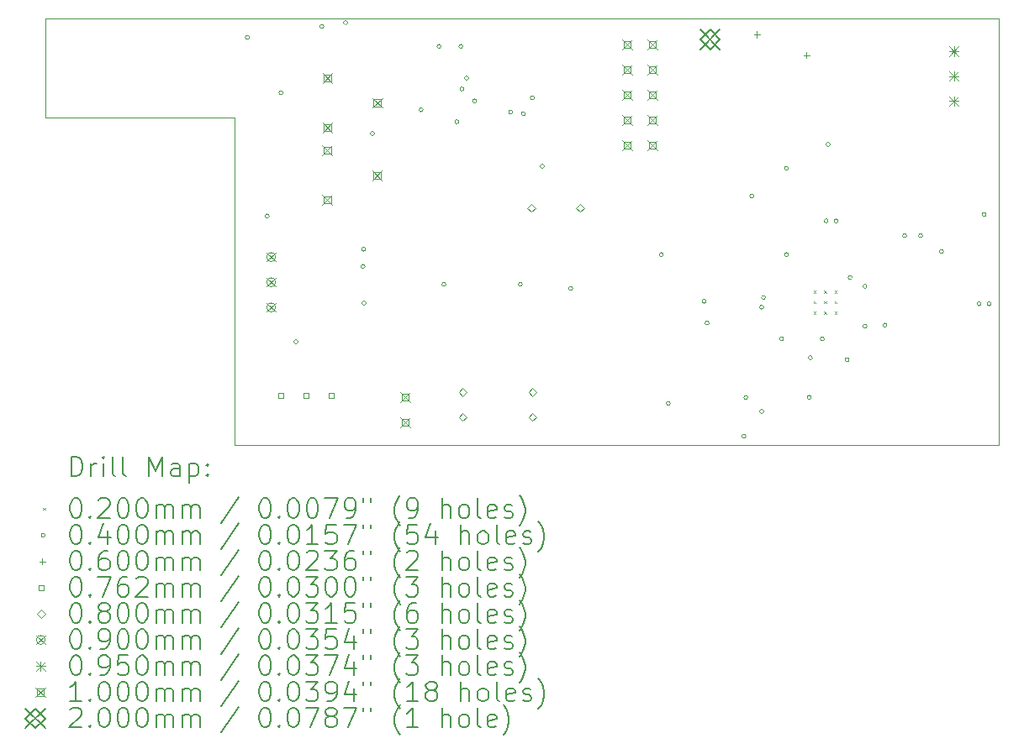
<source format=gbr>
%TF.GenerationSoftware,KiCad,Pcbnew,7.0.8-7.0.8~ubuntu22.04.1*%
%TF.CreationDate,2023-11-02T09:44:40+03:00*%
%TF.ProjectId,outdoor-module,6f757464-6f6f-4722-9d6d-6f64756c652e,rev?*%
%TF.SameCoordinates,Original*%
%TF.FileFunction,Drillmap*%
%TF.FilePolarity,Positive*%
%FSLAX45Y45*%
G04 Gerber Fmt 4.5, Leading zero omitted, Abs format (unit mm)*
G04 Created by KiCad (PCBNEW 7.0.8-7.0.8~ubuntu22.04.1) date 2023-11-02 09:44:40*
%MOMM*%
%LPD*%
G01*
G04 APERTURE LIST*
%ADD10C,0.100000*%
%ADD11C,0.200000*%
%ADD12C,0.020000*%
%ADD13C,0.040000*%
%ADD14C,0.060000*%
%ADD15C,0.076200*%
%ADD16C,0.080000*%
%ADD17C,0.090000*%
%ADD18C,0.095000*%
G04 APERTURE END LIST*
D10*
X13700000Y-4000000D02*
X6000000Y-4000000D01*
X6000000Y-8300000D02*
X13700000Y-8300000D01*
X4100000Y-4000000D02*
X4100000Y-5000000D01*
X4100000Y-5000000D02*
X6000000Y-5000000D01*
X6000000Y-5000000D02*
X6000000Y-8300000D01*
X6000000Y-4000000D02*
X4100000Y-4000000D01*
X13700000Y-8300000D02*
X13700000Y-4000000D01*
D11*
D12*
X11835000Y-6745000D02*
X11855000Y-6765000D01*
X11855000Y-6745000D02*
X11835000Y-6765000D01*
X11835000Y-6850000D02*
X11855000Y-6870000D01*
X11855000Y-6850000D02*
X11835000Y-6870000D01*
X11835000Y-6955000D02*
X11855000Y-6975000D01*
X11855000Y-6955000D02*
X11835000Y-6975000D01*
X11940000Y-6745000D02*
X11960000Y-6765000D01*
X11960000Y-6745000D02*
X11940000Y-6765000D01*
X11940000Y-6850000D02*
X11960000Y-6870000D01*
X11960000Y-6850000D02*
X11940000Y-6870000D01*
X11940000Y-6955000D02*
X11960000Y-6975000D01*
X11960000Y-6955000D02*
X11940000Y-6975000D01*
X12045000Y-6745000D02*
X12065000Y-6765000D01*
X12065000Y-6745000D02*
X12045000Y-6765000D01*
X12045000Y-6850000D02*
X12065000Y-6870000D01*
X12065000Y-6850000D02*
X12045000Y-6870000D01*
X12045000Y-6955000D02*
X12065000Y-6975000D01*
X12065000Y-6955000D02*
X12045000Y-6975000D01*
D13*
X6150000Y-4190000D02*
G75*
G03*
X6150000Y-4190000I-20000J0D01*
G01*
X6350000Y-5990000D02*
G75*
G03*
X6350000Y-5990000I-20000J0D01*
G01*
X6490000Y-4748750D02*
G75*
G03*
X6490000Y-4748750I-20000J0D01*
G01*
X6640000Y-7260000D02*
G75*
G03*
X6640000Y-7260000I-20000J0D01*
G01*
X6900000Y-4080000D02*
G75*
G03*
X6900000Y-4080000I-20000J0D01*
G01*
X7140000Y-4040000D02*
G75*
G03*
X7140000Y-4040000I-20000J0D01*
G01*
X7315056Y-6498750D02*
G75*
G03*
X7315056Y-6498750I-20000J0D01*
G01*
X7322000Y-6325050D02*
G75*
G03*
X7322000Y-6325050I-20000J0D01*
G01*
X7325056Y-6868750D02*
G75*
G03*
X7325056Y-6868750I-20000J0D01*
G01*
X7410000Y-5160000D02*
G75*
G03*
X7410000Y-5160000I-20000J0D01*
G01*
X7900000Y-4920000D02*
G75*
G03*
X7900000Y-4920000I-20000J0D01*
G01*
X8080000Y-4280000D02*
G75*
G03*
X8080000Y-4280000I-20000J0D01*
G01*
X8130000Y-6680000D02*
G75*
G03*
X8130000Y-6680000I-20000J0D01*
G01*
X8260000Y-5040000D02*
G75*
G03*
X8260000Y-5040000I-20000J0D01*
G01*
X8300000Y-4280000D02*
G75*
G03*
X8300000Y-4280000I-20000J0D01*
G01*
X8310000Y-4710000D02*
G75*
G03*
X8310000Y-4710000I-20000J0D01*
G01*
X8359589Y-4600000D02*
G75*
G03*
X8359589Y-4600000I-20000J0D01*
G01*
X8440000Y-4830000D02*
G75*
G03*
X8440000Y-4830000I-20000J0D01*
G01*
X8801962Y-4941962D02*
G75*
G03*
X8801962Y-4941962I-20000J0D01*
G01*
X8900000Y-6680000D02*
G75*
G03*
X8900000Y-6680000I-20000J0D01*
G01*
X8930000Y-4960000D02*
G75*
G03*
X8930000Y-4960000I-20000J0D01*
G01*
X9020000Y-4800000D02*
G75*
G03*
X9020000Y-4800000I-20000J0D01*
G01*
X9120000Y-5490000D02*
G75*
G03*
X9120000Y-5490000I-20000J0D01*
G01*
X9406875Y-6719375D02*
G75*
G03*
X9406875Y-6719375I-20000J0D01*
G01*
X10320000Y-6380000D02*
G75*
G03*
X10320000Y-6380000I-20000J0D01*
G01*
X10390000Y-7880000D02*
G75*
G03*
X10390000Y-7880000I-20000J0D01*
G01*
X10750000Y-6850000D02*
G75*
G03*
X10750000Y-6850000I-20000J0D01*
G01*
X10780000Y-7070000D02*
G75*
G03*
X10780000Y-7070000I-20000J0D01*
G01*
X11150000Y-8210000D02*
G75*
G03*
X11150000Y-8210000I-20000J0D01*
G01*
X11170000Y-7820000D02*
G75*
G03*
X11170000Y-7820000I-20000J0D01*
G01*
X11230000Y-5790000D02*
G75*
G03*
X11230000Y-5790000I-20000J0D01*
G01*
X11330000Y-6910000D02*
G75*
G03*
X11330000Y-6910000I-20000J0D01*
G01*
X11330000Y-7960000D02*
G75*
G03*
X11330000Y-7960000I-20000J0D01*
G01*
X11347806Y-6811649D02*
G75*
G03*
X11347806Y-6811649I-20000J0D01*
G01*
X11530000Y-7230000D02*
G75*
G03*
X11530000Y-7230000I-20000J0D01*
G01*
X11580000Y-5510000D02*
G75*
G03*
X11580000Y-5510000I-20000J0D01*
G01*
X11580000Y-6380000D02*
G75*
G03*
X11580000Y-6380000I-20000J0D01*
G01*
X11808750Y-7820000D02*
G75*
G03*
X11808750Y-7820000I-20000J0D01*
G01*
X11820000Y-7420000D02*
G75*
G03*
X11820000Y-7420000I-20000J0D01*
G01*
X11940050Y-7230000D02*
G75*
G03*
X11940050Y-7230000I-20000J0D01*
G01*
X11980000Y-6040000D02*
G75*
G03*
X11980000Y-6040000I-20000J0D01*
G01*
X12000000Y-5270000D02*
G75*
G03*
X12000000Y-5270000I-20000J0D01*
G01*
X12079950Y-6040000D02*
G75*
G03*
X12079950Y-6040000I-20000J0D01*
G01*
X12190000Y-7440000D02*
G75*
G03*
X12190000Y-7440000I-20000J0D01*
G01*
X12220000Y-6610000D02*
G75*
G03*
X12220000Y-6610000I-20000J0D01*
G01*
X12370000Y-6700000D02*
G75*
G03*
X12370000Y-6700000I-20000J0D01*
G01*
X12370000Y-7100000D02*
G75*
G03*
X12370000Y-7100000I-20000J0D01*
G01*
X12572500Y-7090000D02*
G75*
G03*
X12572500Y-7090000I-20000J0D01*
G01*
X12770000Y-6190000D02*
G75*
G03*
X12770000Y-6190000I-20000J0D01*
G01*
X12930000Y-6190000D02*
G75*
G03*
X12930000Y-6190000I-20000J0D01*
G01*
X13140000Y-6350000D02*
G75*
G03*
X13140000Y-6350000I-20000J0D01*
G01*
X13520000Y-6875000D02*
G75*
G03*
X13520000Y-6875000I-20000J0D01*
G01*
X13570000Y-5975000D02*
G75*
G03*
X13570000Y-5975000I-20000J0D01*
G01*
X13620000Y-6875000D02*
G75*
G03*
X13620000Y-6875000I-20000J0D01*
G01*
D14*
X11260000Y-4130000D02*
X11260000Y-4190000D01*
X11230000Y-4160000D02*
X11290000Y-4160000D01*
X11760000Y-4340000D02*
X11760000Y-4400000D01*
X11730000Y-4370000D02*
X11790000Y-4370000D01*
D15*
X6492941Y-7826941D02*
X6492941Y-7773059D01*
X6439059Y-7773059D01*
X6439059Y-7826941D01*
X6492941Y-7826941D01*
X6746941Y-7826941D02*
X6746941Y-7773059D01*
X6693059Y-7773059D01*
X6693059Y-7826941D01*
X6746941Y-7826941D01*
X7000941Y-7826941D02*
X7000941Y-7773059D01*
X6947059Y-7773059D01*
X6947059Y-7826941D01*
X7000941Y-7826941D01*
D16*
X8300000Y-7808238D02*
X8340000Y-7768238D01*
X8300000Y-7728238D01*
X8260000Y-7768238D01*
X8300000Y-7808238D01*
X8300000Y-8058238D02*
X8340000Y-8018238D01*
X8300000Y-7978238D01*
X8260000Y-8018238D01*
X8300000Y-8058238D01*
X8992000Y-5950000D02*
X9032000Y-5910000D01*
X8992000Y-5870000D01*
X8952000Y-5910000D01*
X8992000Y-5950000D01*
X9001500Y-7808238D02*
X9041500Y-7768238D01*
X9001500Y-7728238D01*
X8961500Y-7768238D01*
X9001500Y-7808238D01*
X9001500Y-8058238D02*
X9041500Y-8018238D01*
X9001500Y-7978238D01*
X8961500Y-8018238D01*
X9001500Y-8058238D01*
X9480000Y-5950000D02*
X9520000Y-5910000D01*
X9480000Y-5870000D01*
X9440000Y-5910000D01*
X9480000Y-5950000D01*
D17*
X6325000Y-6360000D02*
X6415000Y-6450000D01*
X6415000Y-6360000D02*
X6325000Y-6450000D01*
X6415000Y-6405000D02*
G75*
G03*
X6415000Y-6405000I-45000J0D01*
G01*
X6325000Y-6614000D02*
X6415000Y-6704000D01*
X6415000Y-6614000D02*
X6325000Y-6704000D01*
X6415000Y-6659000D02*
G75*
G03*
X6415000Y-6659000I-45000J0D01*
G01*
X6325000Y-6868000D02*
X6415000Y-6958000D01*
X6415000Y-6868000D02*
X6325000Y-6958000D01*
X6415000Y-6913000D02*
G75*
G03*
X6415000Y-6913000I-45000J0D01*
G01*
D18*
X13200000Y-4282500D02*
X13295000Y-4377500D01*
X13295000Y-4282500D02*
X13200000Y-4377500D01*
X13247500Y-4282500D02*
X13247500Y-4377500D01*
X13200000Y-4330000D02*
X13295000Y-4330000D01*
X13200000Y-4532500D02*
X13295000Y-4627500D01*
X13295000Y-4532500D02*
X13200000Y-4627500D01*
X13247500Y-4532500D02*
X13247500Y-4627500D01*
X13200000Y-4580000D02*
X13295000Y-4580000D01*
X13200000Y-4782500D02*
X13295000Y-4877500D01*
X13295000Y-4782500D02*
X13200000Y-4877500D01*
X13247500Y-4782500D02*
X13247500Y-4877500D01*
X13200000Y-4830000D02*
X13295000Y-4830000D01*
D10*
X6886000Y-5280000D02*
X6986000Y-5380000D01*
X6986000Y-5280000D02*
X6886000Y-5380000D01*
X6971356Y-5365356D02*
X6971356Y-5294644D01*
X6900644Y-5294644D01*
X6900644Y-5365356D01*
X6971356Y-5365356D01*
X6886000Y-5780000D02*
X6986000Y-5880000D01*
X6986000Y-5780000D02*
X6886000Y-5880000D01*
X6971356Y-5865356D02*
X6971356Y-5794644D01*
X6900644Y-5794644D01*
X6900644Y-5865356D01*
X6971356Y-5865356D01*
X6888000Y-4550000D02*
X6988000Y-4650000D01*
X6988000Y-4550000D02*
X6888000Y-4650000D01*
X6973356Y-4635356D02*
X6973356Y-4564644D01*
X6902644Y-4564644D01*
X6902644Y-4635356D01*
X6973356Y-4635356D01*
X6888000Y-5050000D02*
X6988000Y-5150000D01*
X6988000Y-5050000D02*
X6888000Y-5150000D01*
X6973356Y-5135356D02*
X6973356Y-5064644D01*
X6902644Y-5064644D01*
X6902644Y-5135356D01*
X6973356Y-5135356D01*
X7386000Y-5530000D02*
X7486000Y-5630000D01*
X7486000Y-5530000D02*
X7386000Y-5630000D01*
X7471356Y-5615356D02*
X7471356Y-5544644D01*
X7400644Y-5544644D01*
X7400644Y-5615356D01*
X7471356Y-5615356D01*
X7388000Y-4800000D02*
X7488000Y-4900000D01*
X7488000Y-4800000D02*
X7388000Y-4900000D01*
X7473356Y-4885356D02*
X7473356Y-4814644D01*
X7402644Y-4814644D01*
X7402644Y-4885356D01*
X7473356Y-4885356D01*
X7672500Y-7765000D02*
X7772500Y-7865000D01*
X7772500Y-7765000D02*
X7672500Y-7865000D01*
X7757856Y-7850356D02*
X7757856Y-7779644D01*
X7687144Y-7779644D01*
X7687144Y-7850356D01*
X7757856Y-7850356D01*
X7672500Y-8019000D02*
X7772500Y-8119000D01*
X7772500Y-8019000D02*
X7672500Y-8119000D01*
X7757856Y-8104356D02*
X7757856Y-8033644D01*
X7687144Y-8033644D01*
X7687144Y-8104356D01*
X7757856Y-8104356D01*
X9903500Y-4211500D02*
X10003500Y-4311500D01*
X10003500Y-4211500D02*
X9903500Y-4311500D01*
X9988856Y-4296856D02*
X9988856Y-4226144D01*
X9918144Y-4226144D01*
X9918144Y-4296856D01*
X9988856Y-4296856D01*
X9903500Y-4465500D02*
X10003500Y-4565500D01*
X10003500Y-4465500D02*
X9903500Y-4565500D01*
X9988856Y-4550856D02*
X9988856Y-4480144D01*
X9918144Y-4480144D01*
X9918144Y-4550856D01*
X9988856Y-4550856D01*
X9903500Y-4719500D02*
X10003500Y-4819500D01*
X10003500Y-4719500D02*
X9903500Y-4819500D01*
X9988856Y-4804856D02*
X9988856Y-4734144D01*
X9918144Y-4734144D01*
X9918144Y-4804856D01*
X9988856Y-4804856D01*
X9903500Y-4973500D02*
X10003500Y-5073500D01*
X10003500Y-4973500D02*
X9903500Y-5073500D01*
X9988856Y-5058856D02*
X9988856Y-4988144D01*
X9918144Y-4988144D01*
X9918144Y-5058856D01*
X9988856Y-5058856D01*
X9903500Y-5227500D02*
X10003500Y-5327500D01*
X10003500Y-5227500D02*
X9903500Y-5327500D01*
X9988856Y-5312856D02*
X9988856Y-5242144D01*
X9918144Y-5242144D01*
X9918144Y-5312856D01*
X9988856Y-5312856D01*
X10157500Y-4211500D02*
X10257500Y-4311500D01*
X10257500Y-4211500D02*
X10157500Y-4311500D01*
X10242856Y-4296856D02*
X10242856Y-4226144D01*
X10172144Y-4226144D01*
X10172144Y-4296856D01*
X10242856Y-4296856D01*
X10157500Y-4465500D02*
X10257500Y-4565500D01*
X10257500Y-4465500D02*
X10157500Y-4565500D01*
X10242856Y-4550856D02*
X10242856Y-4480144D01*
X10172144Y-4480144D01*
X10172144Y-4550856D01*
X10242856Y-4550856D01*
X10157500Y-4719500D02*
X10257500Y-4819500D01*
X10257500Y-4719500D02*
X10157500Y-4819500D01*
X10242856Y-4804856D02*
X10242856Y-4734144D01*
X10172144Y-4734144D01*
X10172144Y-4804856D01*
X10242856Y-4804856D01*
X10157500Y-4973500D02*
X10257500Y-5073500D01*
X10257500Y-4973500D02*
X10157500Y-5073500D01*
X10242856Y-5058856D02*
X10242856Y-4988144D01*
X10172144Y-4988144D01*
X10172144Y-5058856D01*
X10242856Y-5058856D01*
X10157500Y-5227500D02*
X10257500Y-5327500D01*
X10257500Y-5227500D02*
X10157500Y-5327500D01*
X10242856Y-5312856D02*
X10242856Y-5242144D01*
X10172144Y-5242144D01*
X10172144Y-5312856D01*
X10242856Y-5312856D01*
D11*
X10690000Y-4110000D02*
X10890000Y-4310000D01*
X10890000Y-4110000D02*
X10690000Y-4310000D01*
X10790000Y-4310000D02*
X10890000Y-4210000D01*
X10790000Y-4110000D01*
X10690000Y-4210000D01*
X10790000Y-4310000D01*
X4355777Y-8616484D02*
X4355777Y-8416484D01*
X4355777Y-8416484D02*
X4403396Y-8416484D01*
X4403396Y-8416484D02*
X4431967Y-8426008D01*
X4431967Y-8426008D02*
X4451015Y-8445055D01*
X4451015Y-8445055D02*
X4460539Y-8464103D01*
X4460539Y-8464103D02*
X4470063Y-8502198D01*
X4470063Y-8502198D02*
X4470063Y-8530770D01*
X4470063Y-8530770D02*
X4460539Y-8568865D01*
X4460539Y-8568865D02*
X4451015Y-8587912D01*
X4451015Y-8587912D02*
X4431967Y-8606960D01*
X4431967Y-8606960D02*
X4403396Y-8616484D01*
X4403396Y-8616484D02*
X4355777Y-8616484D01*
X4555777Y-8616484D02*
X4555777Y-8483150D01*
X4555777Y-8521246D02*
X4565301Y-8502198D01*
X4565301Y-8502198D02*
X4574824Y-8492674D01*
X4574824Y-8492674D02*
X4593872Y-8483150D01*
X4593872Y-8483150D02*
X4612920Y-8483150D01*
X4679586Y-8616484D02*
X4679586Y-8483150D01*
X4679586Y-8416484D02*
X4670063Y-8426008D01*
X4670063Y-8426008D02*
X4679586Y-8435531D01*
X4679586Y-8435531D02*
X4689110Y-8426008D01*
X4689110Y-8426008D02*
X4679586Y-8416484D01*
X4679586Y-8416484D02*
X4679586Y-8435531D01*
X4803396Y-8616484D02*
X4784348Y-8606960D01*
X4784348Y-8606960D02*
X4774824Y-8587912D01*
X4774824Y-8587912D02*
X4774824Y-8416484D01*
X4908158Y-8616484D02*
X4889110Y-8606960D01*
X4889110Y-8606960D02*
X4879586Y-8587912D01*
X4879586Y-8587912D02*
X4879586Y-8416484D01*
X5136729Y-8616484D02*
X5136729Y-8416484D01*
X5136729Y-8416484D02*
X5203396Y-8559341D01*
X5203396Y-8559341D02*
X5270063Y-8416484D01*
X5270063Y-8416484D02*
X5270063Y-8616484D01*
X5451015Y-8616484D02*
X5451015Y-8511722D01*
X5451015Y-8511722D02*
X5441491Y-8492674D01*
X5441491Y-8492674D02*
X5422444Y-8483150D01*
X5422444Y-8483150D02*
X5384348Y-8483150D01*
X5384348Y-8483150D02*
X5365301Y-8492674D01*
X5451015Y-8606960D02*
X5431967Y-8616484D01*
X5431967Y-8616484D02*
X5384348Y-8616484D01*
X5384348Y-8616484D02*
X5365301Y-8606960D01*
X5365301Y-8606960D02*
X5355777Y-8587912D01*
X5355777Y-8587912D02*
X5355777Y-8568865D01*
X5355777Y-8568865D02*
X5365301Y-8549817D01*
X5365301Y-8549817D02*
X5384348Y-8540293D01*
X5384348Y-8540293D02*
X5431967Y-8540293D01*
X5431967Y-8540293D02*
X5451015Y-8530770D01*
X5546253Y-8483150D02*
X5546253Y-8683150D01*
X5546253Y-8492674D02*
X5565301Y-8483150D01*
X5565301Y-8483150D02*
X5603396Y-8483150D01*
X5603396Y-8483150D02*
X5622443Y-8492674D01*
X5622443Y-8492674D02*
X5631967Y-8502198D01*
X5631967Y-8502198D02*
X5641491Y-8521246D01*
X5641491Y-8521246D02*
X5641491Y-8578389D01*
X5641491Y-8578389D02*
X5631967Y-8597436D01*
X5631967Y-8597436D02*
X5622443Y-8606960D01*
X5622443Y-8606960D02*
X5603396Y-8616484D01*
X5603396Y-8616484D02*
X5565301Y-8616484D01*
X5565301Y-8616484D02*
X5546253Y-8606960D01*
X5727205Y-8597436D02*
X5736729Y-8606960D01*
X5736729Y-8606960D02*
X5727205Y-8616484D01*
X5727205Y-8616484D02*
X5717682Y-8606960D01*
X5717682Y-8606960D02*
X5727205Y-8597436D01*
X5727205Y-8597436D02*
X5727205Y-8616484D01*
X5727205Y-8492674D02*
X5736729Y-8502198D01*
X5736729Y-8502198D02*
X5727205Y-8511722D01*
X5727205Y-8511722D02*
X5717682Y-8502198D01*
X5717682Y-8502198D02*
X5727205Y-8492674D01*
X5727205Y-8492674D02*
X5727205Y-8511722D01*
D12*
X4075000Y-8935000D02*
X4095000Y-8955000D01*
X4095000Y-8935000D02*
X4075000Y-8955000D01*
D11*
X4393872Y-8836484D02*
X4412920Y-8836484D01*
X4412920Y-8836484D02*
X4431967Y-8846008D01*
X4431967Y-8846008D02*
X4441491Y-8855531D01*
X4441491Y-8855531D02*
X4451015Y-8874579D01*
X4451015Y-8874579D02*
X4460539Y-8912674D01*
X4460539Y-8912674D02*
X4460539Y-8960293D01*
X4460539Y-8960293D02*
X4451015Y-8998389D01*
X4451015Y-8998389D02*
X4441491Y-9017436D01*
X4441491Y-9017436D02*
X4431967Y-9026960D01*
X4431967Y-9026960D02*
X4412920Y-9036484D01*
X4412920Y-9036484D02*
X4393872Y-9036484D01*
X4393872Y-9036484D02*
X4374824Y-9026960D01*
X4374824Y-9026960D02*
X4365301Y-9017436D01*
X4365301Y-9017436D02*
X4355777Y-8998389D01*
X4355777Y-8998389D02*
X4346253Y-8960293D01*
X4346253Y-8960293D02*
X4346253Y-8912674D01*
X4346253Y-8912674D02*
X4355777Y-8874579D01*
X4355777Y-8874579D02*
X4365301Y-8855531D01*
X4365301Y-8855531D02*
X4374824Y-8846008D01*
X4374824Y-8846008D02*
X4393872Y-8836484D01*
X4546253Y-9017436D02*
X4555777Y-9026960D01*
X4555777Y-9026960D02*
X4546253Y-9036484D01*
X4546253Y-9036484D02*
X4536729Y-9026960D01*
X4536729Y-9026960D02*
X4546253Y-9017436D01*
X4546253Y-9017436D02*
X4546253Y-9036484D01*
X4631967Y-8855531D02*
X4641491Y-8846008D01*
X4641491Y-8846008D02*
X4660539Y-8836484D01*
X4660539Y-8836484D02*
X4708158Y-8836484D01*
X4708158Y-8836484D02*
X4727205Y-8846008D01*
X4727205Y-8846008D02*
X4736729Y-8855531D01*
X4736729Y-8855531D02*
X4746253Y-8874579D01*
X4746253Y-8874579D02*
X4746253Y-8893627D01*
X4746253Y-8893627D02*
X4736729Y-8922198D01*
X4736729Y-8922198D02*
X4622444Y-9036484D01*
X4622444Y-9036484D02*
X4746253Y-9036484D01*
X4870063Y-8836484D02*
X4889110Y-8836484D01*
X4889110Y-8836484D02*
X4908158Y-8846008D01*
X4908158Y-8846008D02*
X4917682Y-8855531D01*
X4917682Y-8855531D02*
X4927205Y-8874579D01*
X4927205Y-8874579D02*
X4936729Y-8912674D01*
X4936729Y-8912674D02*
X4936729Y-8960293D01*
X4936729Y-8960293D02*
X4927205Y-8998389D01*
X4927205Y-8998389D02*
X4917682Y-9017436D01*
X4917682Y-9017436D02*
X4908158Y-9026960D01*
X4908158Y-9026960D02*
X4889110Y-9036484D01*
X4889110Y-9036484D02*
X4870063Y-9036484D01*
X4870063Y-9036484D02*
X4851015Y-9026960D01*
X4851015Y-9026960D02*
X4841491Y-9017436D01*
X4841491Y-9017436D02*
X4831967Y-8998389D01*
X4831967Y-8998389D02*
X4822444Y-8960293D01*
X4822444Y-8960293D02*
X4822444Y-8912674D01*
X4822444Y-8912674D02*
X4831967Y-8874579D01*
X4831967Y-8874579D02*
X4841491Y-8855531D01*
X4841491Y-8855531D02*
X4851015Y-8846008D01*
X4851015Y-8846008D02*
X4870063Y-8836484D01*
X5060539Y-8836484D02*
X5079586Y-8836484D01*
X5079586Y-8836484D02*
X5098634Y-8846008D01*
X5098634Y-8846008D02*
X5108158Y-8855531D01*
X5108158Y-8855531D02*
X5117682Y-8874579D01*
X5117682Y-8874579D02*
X5127205Y-8912674D01*
X5127205Y-8912674D02*
X5127205Y-8960293D01*
X5127205Y-8960293D02*
X5117682Y-8998389D01*
X5117682Y-8998389D02*
X5108158Y-9017436D01*
X5108158Y-9017436D02*
X5098634Y-9026960D01*
X5098634Y-9026960D02*
X5079586Y-9036484D01*
X5079586Y-9036484D02*
X5060539Y-9036484D01*
X5060539Y-9036484D02*
X5041491Y-9026960D01*
X5041491Y-9026960D02*
X5031967Y-9017436D01*
X5031967Y-9017436D02*
X5022444Y-8998389D01*
X5022444Y-8998389D02*
X5012920Y-8960293D01*
X5012920Y-8960293D02*
X5012920Y-8912674D01*
X5012920Y-8912674D02*
X5022444Y-8874579D01*
X5022444Y-8874579D02*
X5031967Y-8855531D01*
X5031967Y-8855531D02*
X5041491Y-8846008D01*
X5041491Y-8846008D02*
X5060539Y-8836484D01*
X5212920Y-9036484D02*
X5212920Y-8903150D01*
X5212920Y-8922198D02*
X5222444Y-8912674D01*
X5222444Y-8912674D02*
X5241491Y-8903150D01*
X5241491Y-8903150D02*
X5270063Y-8903150D01*
X5270063Y-8903150D02*
X5289110Y-8912674D01*
X5289110Y-8912674D02*
X5298634Y-8931722D01*
X5298634Y-8931722D02*
X5298634Y-9036484D01*
X5298634Y-8931722D02*
X5308158Y-8912674D01*
X5308158Y-8912674D02*
X5327205Y-8903150D01*
X5327205Y-8903150D02*
X5355777Y-8903150D01*
X5355777Y-8903150D02*
X5374825Y-8912674D01*
X5374825Y-8912674D02*
X5384348Y-8931722D01*
X5384348Y-8931722D02*
X5384348Y-9036484D01*
X5479586Y-9036484D02*
X5479586Y-8903150D01*
X5479586Y-8922198D02*
X5489110Y-8912674D01*
X5489110Y-8912674D02*
X5508158Y-8903150D01*
X5508158Y-8903150D02*
X5536729Y-8903150D01*
X5536729Y-8903150D02*
X5555777Y-8912674D01*
X5555777Y-8912674D02*
X5565301Y-8931722D01*
X5565301Y-8931722D02*
X5565301Y-9036484D01*
X5565301Y-8931722D02*
X5574825Y-8912674D01*
X5574825Y-8912674D02*
X5593872Y-8903150D01*
X5593872Y-8903150D02*
X5622443Y-8903150D01*
X5622443Y-8903150D02*
X5641491Y-8912674D01*
X5641491Y-8912674D02*
X5651015Y-8931722D01*
X5651015Y-8931722D02*
X5651015Y-9036484D01*
X6041491Y-8826960D02*
X5870063Y-9084103D01*
X6298634Y-8836484D02*
X6317682Y-8836484D01*
X6317682Y-8836484D02*
X6336729Y-8846008D01*
X6336729Y-8846008D02*
X6346253Y-8855531D01*
X6346253Y-8855531D02*
X6355777Y-8874579D01*
X6355777Y-8874579D02*
X6365301Y-8912674D01*
X6365301Y-8912674D02*
X6365301Y-8960293D01*
X6365301Y-8960293D02*
X6355777Y-8998389D01*
X6355777Y-8998389D02*
X6346253Y-9017436D01*
X6346253Y-9017436D02*
X6336729Y-9026960D01*
X6336729Y-9026960D02*
X6317682Y-9036484D01*
X6317682Y-9036484D02*
X6298634Y-9036484D01*
X6298634Y-9036484D02*
X6279586Y-9026960D01*
X6279586Y-9026960D02*
X6270063Y-9017436D01*
X6270063Y-9017436D02*
X6260539Y-8998389D01*
X6260539Y-8998389D02*
X6251015Y-8960293D01*
X6251015Y-8960293D02*
X6251015Y-8912674D01*
X6251015Y-8912674D02*
X6260539Y-8874579D01*
X6260539Y-8874579D02*
X6270063Y-8855531D01*
X6270063Y-8855531D02*
X6279586Y-8846008D01*
X6279586Y-8846008D02*
X6298634Y-8836484D01*
X6451015Y-9017436D02*
X6460539Y-9026960D01*
X6460539Y-9026960D02*
X6451015Y-9036484D01*
X6451015Y-9036484D02*
X6441491Y-9026960D01*
X6441491Y-9026960D02*
X6451015Y-9017436D01*
X6451015Y-9017436D02*
X6451015Y-9036484D01*
X6584348Y-8836484D02*
X6603396Y-8836484D01*
X6603396Y-8836484D02*
X6622444Y-8846008D01*
X6622444Y-8846008D02*
X6631967Y-8855531D01*
X6631967Y-8855531D02*
X6641491Y-8874579D01*
X6641491Y-8874579D02*
X6651015Y-8912674D01*
X6651015Y-8912674D02*
X6651015Y-8960293D01*
X6651015Y-8960293D02*
X6641491Y-8998389D01*
X6641491Y-8998389D02*
X6631967Y-9017436D01*
X6631967Y-9017436D02*
X6622444Y-9026960D01*
X6622444Y-9026960D02*
X6603396Y-9036484D01*
X6603396Y-9036484D02*
X6584348Y-9036484D01*
X6584348Y-9036484D02*
X6565301Y-9026960D01*
X6565301Y-9026960D02*
X6555777Y-9017436D01*
X6555777Y-9017436D02*
X6546253Y-8998389D01*
X6546253Y-8998389D02*
X6536729Y-8960293D01*
X6536729Y-8960293D02*
X6536729Y-8912674D01*
X6536729Y-8912674D02*
X6546253Y-8874579D01*
X6546253Y-8874579D02*
X6555777Y-8855531D01*
X6555777Y-8855531D02*
X6565301Y-8846008D01*
X6565301Y-8846008D02*
X6584348Y-8836484D01*
X6774825Y-8836484D02*
X6793872Y-8836484D01*
X6793872Y-8836484D02*
X6812920Y-8846008D01*
X6812920Y-8846008D02*
X6822444Y-8855531D01*
X6822444Y-8855531D02*
X6831967Y-8874579D01*
X6831967Y-8874579D02*
X6841491Y-8912674D01*
X6841491Y-8912674D02*
X6841491Y-8960293D01*
X6841491Y-8960293D02*
X6831967Y-8998389D01*
X6831967Y-8998389D02*
X6822444Y-9017436D01*
X6822444Y-9017436D02*
X6812920Y-9026960D01*
X6812920Y-9026960D02*
X6793872Y-9036484D01*
X6793872Y-9036484D02*
X6774825Y-9036484D01*
X6774825Y-9036484D02*
X6755777Y-9026960D01*
X6755777Y-9026960D02*
X6746253Y-9017436D01*
X6746253Y-9017436D02*
X6736729Y-8998389D01*
X6736729Y-8998389D02*
X6727206Y-8960293D01*
X6727206Y-8960293D02*
X6727206Y-8912674D01*
X6727206Y-8912674D02*
X6736729Y-8874579D01*
X6736729Y-8874579D02*
X6746253Y-8855531D01*
X6746253Y-8855531D02*
X6755777Y-8846008D01*
X6755777Y-8846008D02*
X6774825Y-8836484D01*
X6908158Y-8836484D02*
X7041491Y-8836484D01*
X7041491Y-8836484D02*
X6955777Y-9036484D01*
X7127206Y-9036484D02*
X7165301Y-9036484D01*
X7165301Y-9036484D02*
X7184348Y-9026960D01*
X7184348Y-9026960D02*
X7193872Y-9017436D01*
X7193872Y-9017436D02*
X7212920Y-8988865D01*
X7212920Y-8988865D02*
X7222444Y-8950770D01*
X7222444Y-8950770D02*
X7222444Y-8874579D01*
X7222444Y-8874579D02*
X7212920Y-8855531D01*
X7212920Y-8855531D02*
X7203396Y-8846008D01*
X7203396Y-8846008D02*
X7184348Y-8836484D01*
X7184348Y-8836484D02*
X7146253Y-8836484D01*
X7146253Y-8836484D02*
X7127206Y-8846008D01*
X7127206Y-8846008D02*
X7117682Y-8855531D01*
X7117682Y-8855531D02*
X7108158Y-8874579D01*
X7108158Y-8874579D02*
X7108158Y-8922198D01*
X7108158Y-8922198D02*
X7117682Y-8941246D01*
X7117682Y-8941246D02*
X7127206Y-8950770D01*
X7127206Y-8950770D02*
X7146253Y-8960293D01*
X7146253Y-8960293D02*
X7184348Y-8960293D01*
X7184348Y-8960293D02*
X7203396Y-8950770D01*
X7203396Y-8950770D02*
X7212920Y-8941246D01*
X7212920Y-8941246D02*
X7222444Y-8922198D01*
X7298634Y-8836484D02*
X7298634Y-8874579D01*
X7374825Y-8836484D02*
X7374825Y-8874579D01*
X7670063Y-9112674D02*
X7660539Y-9103150D01*
X7660539Y-9103150D02*
X7641491Y-9074579D01*
X7641491Y-9074579D02*
X7631968Y-9055531D01*
X7631968Y-9055531D02*
X7622444Y-9026960D01*
X7622444Y-9026960D02*
X7612920Y-8979341D01*
X7612920Y-8979341D02*
X7612920Y-8941246D01*
X7612920Y-8941246D02*
X7622444Y-8893627D01*
X7622444Y-8893627D02*
X7631968Y-8865055D01*
X7631968Y-8865055D02*
X7641491Y-8846008D01*
X7641491Y-8846008D02*
X7660539Y-8817436D01*
X7660539Y-8817436D02*
X7670063Y-8807912D01*
X7755777Y-9036484D02*
X7793872Y-9036484D01*
X7793872Y-9036484D02*
X7812920Y-9026960D01*
X7812920Y-9026960D02*
X7822444Y-9017436D01*
X7822444Y-9017436D02*
X7841491Y-8988865D01*
X7841491Y-8988865D02*
X7851015Y-8950770D01*
X7851015Y-8950770D02*
X7851015Y-8874579D01*
X7851015Y-8874579D02*
X7841491Y-8855531D01*
X7841491Y-8855531D02*
X7831968Y-8846008D01*
X7831968Y-8846008D02*
X7812920Y-8836484D01*
X7812920Y-8836484D02*
X7774825Y-8836484D01*
X7774825Y-8836484D02*
X7755777Y-8846008D01*
X7755777Y-8846008D02*
X7746253Y-8855531D01*
X7746253Y-8855531D02*
X7736729Y-8874579D01*
X7736729Y-8874579D02*
X7736729Y-8922198D01*
X7736729Y-8922198D02*
X7746253Y-8941246D01*
X7746253Y-8941246D02*
X7755777Y-8950770D01*
X7755777Y-8950770D02*
X7774825Y-8960293D01*
X7774825Y-8960293D02*
X7812920Y-8960293D01*
X7812920Y-8960293D02*
X7831968Y-8950770D01*
X7831968Y-8950770D02*
X7841491Y-8941246D01*
X7841491Y-8941246D02*
X7851015Y-8922198D01*
X8089110Y-9036484D02*
X8089110Y-8836484D01*
X8174825Y-9036484D02*
X8174825Y-8931722D01*
X8174825Y-8931722D02*
X8165301Y-8912674D01*
X8165301Y-8912674D02*
X8146253Y-8903150D01*
X8146253Y-8903150D02*
X8117682Y-8903150D01*
X8117682Y-8903150D02*
X8098634Y-8912674D01*
X8098634Y-8912674D02*
X8089110Y-8922198D01*
X8298634Y-9036484D02*
X8279587Y-9026960D01*
X8279587Y-9026960D02*
X8270063Y-9017436D01*
X8270063Y-9017436D02*
X8260539Y-8998389D01*
X8260539Y-8998389D02*
X8260539Y-8941246D01*
X8260539Y-8941246D02*
X8270063Y-8922198D01*
X8270063Y-8922198D02*
X8279587Y-8912674D01*
X8279587Y-8912674D02*
X8298634Y-8903150D01*
X8298634Y-8903150D02*
X8327206Y-8903150D01*
X8327206Y-8903150D02*
X8346253Y-8912674D01*
X8346253Y-8912674D02*
X8355777Y-8922198D01*
X8355777Y-8922198D02*
X8365301Y-8941246D01*
X8365301Y-8941246D02*
X8365301Y-8998389D01*
X8365301Y-8998389D02*
X8355777Y-9017436D01*
X8355777Y-9017436D02*
X8346253Y-9026960D01*
X8346253Y-9026960D02*
X8327206Y-9036484D01*
X8327206Y-9036484D02*
X8298634Y-9036484D01*
X8479587Y-9036484D02*
X8460539Y-9026960D01*
X8460539Y-9026960D02*
X8451015Y-9007912D01*
X8451015Y-9007912D02*
X8451015Y-8836484D01*
X8631968Y-9026960D02*
X8612920Y-9036484D01*
X8612920Y-9036484D02*
X8574825Y-9036484D01*
X8574825Y-9036484D02*
X8555777Y-9026960D01*
X8555777Y-9026960D02*
X8546253Y-9007912D01*
X8546253Y-9007912D02*
X8546253Y-8931722D01*
X8546253Y-8931722D02*
X8555777Y-8912674D01*
X8555777Y-8912674D02*
X8574825Y-8903150D01*
X8574825Y-8903150D02*
X8612920Y-8903150D01*
X8612920Y-8903150D02*
X8631968Y-8912674D01*
X8631968Y-8912674D02*
X8641492Y-8931722D01*
X8641492Y-8931722D02*
X8641492Y-8950770D01*
X8641492Y-8950770D02*
X8546253Y-8969817D01*
X8717682Y-9026960D02*
X8736730Y-9036484D01*
X8736730Y-9036484D02*
X8774825Y-9036484D01*
X8774825Y-9036484D02*
X8793873Y-9026960D01*
X8793873Y-9026960D02*
X8803396Y-9007912D01*
X8803396Y-9007912D02*
X8803396Y-8998389D01*
X8803396Y-8998389D02*
X8793873Y-8979341D01*
X8793873Y-8979341D02*
X8774825Y-8969817D01*
X8774825Y-8969817D02*
X8746253Y-8969817D01*
X8746253Y-8969817D02*
X8727206Y-8960293D01*
X8727206Y-8960293D02*
X8717682Y-8941246D01*
X8717682Y-8941246D02*
X8717682Y-8931722D01*
X8717682Y-8931722D02*
X8727206Y-8912674D01*
X8727206Y-8912674D02*
X8746253Y-8903150D01*
X8746253Y-8903150D02*
X8774825Y-8903150D01*
X8774825Y-8903150D02*
X8793873Y-8912674D01*
X8870063Y-9112674D02*
X8879587Y-9103150D01*
X8879587Y-9103150D02*
X8898634Y-9074579D01*
X8898634Y-9074579D02*
X8908158Y-9055531D01*
X8908158Y-9055531D02*
X8917682Y-9026960D01*
X8917682Y-9026960D02*
X8927206Y-8979341D01*
X8927206Y-8979341D02*
X8927206Y-8941246D01*
X8927206Y-8941246D02*
X8917682Y-8893627D01*
X8917682Y-8893627D02*
X8908158Y-8865055D01*
X8908158Y-8865055D02*
X8898634Y-8846008D01*
X8898634Y-8846008D02*
X8879587Y-8817436D01*
X8879587Y-8817436D02*
X8870063Y-8807912D01*
D13*
X4095000Y-9209000D02*
G75*
G03*
X4095000Y-9209000I-20000J0D01*
G01*
D11*
X4393872Y-9100484D02*
X4412920Y-9100484D01*
X4412920Y-9100484D02*
X4431967Y-9110008D01*
X4431967Y-9110008D02*
X4441491Y-9119531D01*
X4441491Y-9119531D02*
X4451015Y-9138579D01*
X4451015Y-9138579D02*
X4460539Y-9176674D01*
X4460539Y-9176674D02*
X4460539Y-9224293D01*
X4460539Y-9224293D02*
X4451015Y-9262389D01*
X4451015Y-9262389D02*
X4441491Y-9281436D01*
X4441491Y-9281436D02*
X4431967Y-9290960D01*
X4431967Y-9290960D02*
X4412920Y-9300484D01*
X4412920Y-9300484D02*
X4393872Y-9300484D01*
X4393872Y-9300484D02*
X4374824Y-9290960D01*
X4374824Y-9290960D02*
X4365301Y-9281436D01*
X4365301Y-9281436D02*
X4355777Y-9262389D01*
X4355777Y-9262389D02*
X4346253Y-9224293D01*
X4346253Y-9224293D02*
X4346253Y-9176674D01*
X4346253Y-9176674D02*
X4355777Y-9138579D01*
X4355777Y-9138579D02*
X4365301Y-9119531D01*
X4365301Y-9119531D02*
X4374824Y-9110008D01*
X4374824Y-9110008D02*
X4393872Y-9100484D01*
X4546253Y-9281436D02*
X4555777Y-9290960D01*
X4555777Y-9290960D02*
X4546253Y-9300484D01*
X4546253Y-9300484D02*
X4536729Y-9290960D01*
X4536729Y-9290960D02*
X4546253Y-9281436D01*
X4546253Y-9281436D02*
X4546253Y-9300484D01*
X4727205Y-9167150D02*
X4727205Y-9300484D01*
X4679586Y-9090960D02*
X4631967Y-9233817D01*
X4631967Y-9233817D02*
X4755777Y-9233817D01*
X4870063Y-9100484D02*
X4889110Y-9100484D01*
X4889110Y-9100484D02*
X4908158Y-9110008D01*
X4908158Y-9110008D02*
X4917682Y-9119531D01*
X4917682Y-9119531D02*
X4927205Y-9138579D01*
X4927205Y-9138579D02*
X4936729Y-9176674D01*
X4936729Y-9176674D02*
X4936729Y-9224293D01*
X4936729Y-9224293D02*
X4927205Y-9262389D01*
X4927205Y-9262389D02*
X4917682Y-9281436D01*
X4917682Y-9281436D02*
X4908158Y-9290960D01*
X4908158Y-9290960D02*
X4889110Y-9300484D01*
X4889110Y-9300484D02*
X4870063Y-9300484D01*
X4870063Y-9300484D02*
X4851015Y-9290960D01*
X4851015Y-9290960D02*
X4841491Y-9281436D01*
X4841491Y-9281436D02*
X4831967Y-9262389D01*
X4831967Y-9262389D02*
X4822444Y-9224293D01*
X4822444Y-9224293D02*
X4822444Y-9176674D01*
X4822444Y-9176674D02*
X4831967Y-9138579D01*
X4831967Y-9138579D02*
X4841491Y-9119531D01*
X4841491Y-9119531D02*
X4851015Y-9110008D01*
X4851015Y-9110008D02*
X4870063Y-9100484D01*
X5060539Y-9100484D02*
X5079586Y-9100484D01*
X5079586Y-9100484D02*
X5098634Y-9110008D01*
X5098634Y-9110008D02*
X5108158Y-9119531D01*
X5108158Y-9119531D02*
X5117682Y-9138579D01*
X5117682Y-9138579D02*
X5127205Y-9176674D01*
X5127205Y-9176674D02*
X5127205Y-9224293D01*
X5127205Y-9224293D02*
X5117682Y-9262389D01*
X5117682Y-9262389D02*
X5108158Y-9281436D01*
X5108158Y-9281436D02*
X5098634Y-9290960D01*
X5098634Y-9290960D02*
X5079586Y-9300484D01*
X5079586Y-9300484D02*
X5060539Y-9300484D01*
X5060539Y-9300484D02*
X5041491Y-9290960D01*
X5041491Y-9290960D02*
X5031967Y-9281436D01*
X5031967Y-9281436D02*
X5022444Y-9262389D01*
X5022444Y-9262389D02*
X5012920Y-9224293D01*
X5012920Y-9224293D02*
X5012920Y-9176674D01*
X5012920Y-9176674D02*
X5022444Y-9138579D01*
X5022444Y-9138579D02*
X5031967Y-9119531D01*
X5031967Y-9119531D02*
X5041491Y-9110008D01*
X5041491Y-9110008D02*
X5060539Y-9100484D01*
X5212920Y-9300484D02*
X5212920Y-9167150D01*
X5212920Y-9186198D02*
X5222444Y-9176674D01*
X5222444Y-9176674D02*
X5241491Y-9167150D01*
X5241491Y-9167150D02*
X5270063Y-9167150D01*
X5270063Y-9167150D02*
X5289110Y-9176674D01*
X5289110Y-9176674D02*
X5298634Y-9195722D01*
X5298634Y-9195722D02*
X5298634Y-9300484D01*
X5298634Y-9195722D02*
X5308158Y-9176674D01*
X5308158Y-9176674D02*
X5327205Y-9167150D01*
X5327205Y-9167150D02*
X5355777Y-9167150D01*
X5355777Y-9167150D02*
X5374825Y-9176674D01*
X5374825Y-9176674D02*
X5384348Y-9195722D01*
X5384348Y-9195722D02*
X5384348Y-9300484D01*
X5479586Y-9300484D02*
X5479586Y-9167150D01*
X5479586Y-9186198D02*
X5489110Y-9176674D01*
X5489110Y-9176674D02*
X5508158Y-9167150D01*
X5508158Y-9167150D02*
X5536729Y-9167150D01*
X5536729Y-9167150D02*
X5555777Y-9176674D01*
X5555777Y-9176674D02*
X5565301Y-9195722D01*
X5565301Y-9195722D02*
X5565301Y-9300484D01*
X5565301Y-9195722D02*
X5574825Y-9176674D01*
X5574825Y-9176674D02*
X5593872Y-9167150D01*
X5593872Y-9167150D02*
X5622443Y-9167150D01*
X5622443Y-9167150D02*
X5641491Y-9176674D01*
X5641491Y-9176674D02*
X5651015Y-9195722D01*
X5651015Y-9195722D02*
X5651015Y-9300484D01*
X6041491Y-9090960D02*
X5870063Y-9348103D01*
X6298634Y-9100484D02*
X6317682Y-9100484D01*
X6317682Y-9100484D02*
X6336729Y-9110008D01*
X6336729Y-9110008D02*
X6346253Y-9119531D01*
X6346253Y-9119531D02*
X6355777Y-9138579D01*
X6355777Y-9138579D02*
X6365301Y-9176674D01*
X6365301Y-9176674D02*
X6365301Y-9224293D01*
X6365301Y-9224293D02*
X6355777Y-9262389D01*
X6355777Y-9262389D02*
X6346253Y-9281436D01*
X6346253Y-9281436D02*
X6336729Y-9290960D01*
X6336729Y-9290960D02*
X6317682Y-9300484D01*
X6317682Y-9300484D02*
X6298634Y-9300484D01*
X6298634Y-9300484D02*
X6279586Y-9290960D01*
X6279586Y-9290960D02*
X6270063Y-9281436D01*
X6270063Y-9281436D02*
X6260539Y-9262389D01*
X6260539Y-9262389D02*
X6251015Y-9224293D01*
X6251015Y-9224293D02*
X6251015Y-9176674D01*
X6251015Y-9176674D02*
X6260539Y-9138579D01*
X6260539Y-9138579D02*
X6270063Y-9119531D01*
X6270063Y-9119531D02*
X6279586Y-9110008D01*
X6279586Y-9110008D02*
X6298634Y-9100484D01*
X6451015Y-9281436D02*
X6460539Y-9290960D01*
X6460539Y-9290960D02*
X6451015Y-9300484D01*
X6451015Y-9300484D02*
X6441491Y-9290960D01*
X6441491Y-9290960D02*
X6451015Y-9281436D01*
X6451015Y-9281436D02*
X6451015Y-9300484D01*
X6584348Y-9100484D02*
X6603396Y-9100484D01*
X6603396Y-9100484D02*
X6622444Y-9110008D01*
X6622444Y-9110008D02*
X6631967Y-9119531D01*
X6631967Y-9119531D02*
X6641491Y-9138579D01*
X6641491Y-9138579D02*
X6651015Y-9176674D01*
X6651015Y-9176674D02*
X6651015Y-9224293D01*
X6651015Y-9224293D02*
X6641491Y-9262389D01*
X6641491Y-9262389D02*
X6631967Y-9281436D01*
X6631967Y-9281436D02*
X6622444Y-9290960D01*
X6622444Y-9290960D02*
X6603396Y-9300484D01*
X6603396Y-9300484D02*
X6584348Y-9300484D01*
X6584348Y-9300484D02*
X6565301Y-9290960D01*
X6565301Y-9290960D02*
X6555777Y-9281436D01*
X6555777Y-9281436D02*
X6546253Y-9262389D01*
X6546253Y-9262389D02*
X6536729Y-9224293D01*
X6536729Y-9224293D02*
X6536729Y-9176674D01*
X6536729Y-9176674D02*
X6546253Y-9138579D01*
X6546253Y-9138579D02*
X6555777Y-9119531D01*
X6555777Y-9119531D02*
X6565301Y-9110008D01*
X6565301Y-9110008D02*
X6584348Y-9100484D01*
X6841491Y-9300484D02*
X6727206Y-9300484D01*
X6784348Y-9300484D02*
X6784348Y-9100484D01*
X6784348Y-9100484D02*
X6765301Y-9129055D01*
X6765301Y-9129055D02*
X6746253Y-9148103D01*
X6746253Y-9148103D02*
X6727206Y-9157627D01*
X7022444Y-9100484D02*
X6927206Y-9100484D01*
X6927206Y-9100484D02*
X6917682Y-9195722D01*
X6917682Y-9195722D02*
X6927206Y-9186198D01*
X6927206Y-9186198D02*
X6946253Y-9176674D01*
X6946253Y-9176674D02*
X6993872Y-9176674D01*
X6993872Y-9176674D02*
X7012920Y-9186198D01*
X7012920Y-9186198D02*
X7022444Y-9195722D01*
X7022444Y-9195722D02*
X7031967Y-9214770D01*
X7031967Y-9214770D02*
X7031967Y-9262389D01*
X7031967Y-9262389D02*
X7022444Y-9281436D01*
X7022444Y-9281436D02*
X7012920Y-9290960D01*
X7012920Y-9290960D02*
X6993872Y-9300484D01*
X6993872Y-9300484D02*
X6946253Y-9300484D01*
X6946253Y-9300484D02*
X6927206Y-9290960D01*
X6927206Y-9290960D02*
X6917682Y-9281436D01*
X7098634Y-9100484D02*
X7231967Y-9100484D01*
X7231967Y-9100484D02*
X7146253Y-9300484D01*
X7298634Y-9100484D02*
X7298634Y-9138579D01*
X7374825Y-9100484D02*
X7374825Y-9138579D01*
X7670063Y-9376674D02*
X7660539Y-9367150D01*
X7660539Y-9367150D02*
X7641491Y-9338579D01*
X7641491Y-9338579D02*
X7631968Y-9319531D01*
X7631968Y-9319531D02*
X7622444Y-9290960D01*
X7622444Y-9290960D02*
X7612920Y-9243341D01*
X7612920Y-9243341D02*
X7612920Y-9205246D01*
X7612920Y-9205246D02*
X7622444Y-9157627D01*
X7622444Y-9157627D02*
X7631968Y-9129055D01*
X7631968Y-9129055D02*
X7641491Y-9110008D01*
X7641491Y-9110008D02*
X7660539Y-9081436D01*
X7660539Y-9081436D02*
X7670063Y-9071912D01*
X7841491Y-9100484D02*
X7746253Y-9100484D01*
X7746253Y-9100484D02*
X7736729Y-9195722D01*
X7736729Y-9195722D02*
X7746253Y-9186198D01*
X7746253Y-9186198D02*
X7765301Y-9176674D01*
X7765301Y-9176674D02*
X7812920Y-9176674D01*
X7812920Y-9176674D02*
X7831968Y-9186198D01*
X7831968Y-9186198D02*
X7841491Y-9195722D01*
X7841491Y-9195722D02*
X7851015Y-9214770D01*
X7851015Y-9214770D02*
X7851015Y-9262389D01*
X7851015Y-9262389D02*
X7841491Y-9281436D01*
X7841491Y-9281436D02*
X7831968Y-9290960D01*
X7831968Y-9290960D02*
X7812920Y-9300484D01*
X7812920Y-9300484D02*
X7765301Y-9300484D01*
X7765301Y-9300484D02*
X7746253Y-9290960D01*
X7746253Y-9290960D02*
X7736729Y-9281436D01*
X8022444Y-9167150D02*
X8022444Y-9300484D01*
X7974825Y-9090960D02*
X7927206Y-9233817D01*
X7927206Y-9233817D02*
X8051015Y-9233817D01*
X8279587Y-9300484D02*
X8279587Y-9100484D01*
X8365301Y-9300484D02*
X8365301Y-9195722D01*
X8365301Y-9195722D02*
X8355777Y-9176674D01*
X8355777Y-9176674D02*
X8336730Y-9167150D01*
X8336730Y-9167150D02*
X8308158Y-9167150D01*
X8308158Y-9167150D02*
X8289110Y-9176674D01*
X8289110Y-9176674D02*
X8279587Y-9186198D01*
X8489111Y-9300484D02*
X8470063Y-9290960D01*
X8470063Y-9290960D02*
X8460539Y-9281436D01*
X8460539Y-9281436D02*
X8451015Y-9262389D01*
X8451015Y-9262389D02*
X8451015Y-9205246D01*
X8451015Y-9205246D02*
X8460539Y-9186198D01*
X8460539Y-9186198D02*
X8470063Y-9176674D01*
X8470063Y-9176674D02*
X8489111Y-9167150D01*
X8489111Y-9167150D02*
X8517682Y-9167150D01*
X8517682Y-9167150D02*
X8536730Y-9176674D01*
X8536730Y-9176674D02*
X8546253Y-9186198D01*
X8546253Y-9186198D02*
X8555777Y-9205246D01*
X8555777Y-9205246D02*
X8555777Y-9262389D01*
X8555777Y-9262389D02*
X8546253Y-9281436D01*
X8546253Y-9281436D02*
X8536730Y-9290960D01*
X8536730Y-9290960D02*
X8517682Y-9300484D01*
X8517682Y-9300484D02*
X8489111Y-9300484D01*
X8670063Y-9300484D02*
X8651015Y-9290960D01*
X8651015Y-9290960D02*
X8641492Y-9271912D01*
X8641492Y-9271912D02*
X8641492Y-9100484D01*
X8822444Y-9290960D02*
X8803396Y-9300484D01*
X8803396Y-9300484D02*
X8765301Y-9300484D01*
X8765301Y-9300484D02*
X8746253Y-9290960D01*
X8746253Y-9290960D02*
X8736730Y-9271912D01*
X8736730Y-9271912D02*
X8736730Y-9195722D01*
X8736730Y-9195722D02*
X8746253Y-9176674D01*
X8746253Y-9176674D02*
X8765301Y-9167150D01*
X8765301Y-9167150D02*
X8803396Y-9167150D01*
X8803396Y-9167150D02*
X8822444Y-9176674D01*
X8822444Y-9176674D02*
X8831968Y-9195722D01*
X8831968Y-9195722D02*
X8831968Y-9214770D01*
X8831968Y-9214770D02*
X8736730Y-9233817D01*
X8908158Y-9290960D02*
X8927206Y-9300484D01*
X8927206Y-9300484D02*
X8965301Y-9300484D01*
X8965301Y-9300484D02*
X8984349Y-9290960D01*
X8984349Y-9290960D02*
X8993873Y-9271912D01*
X8993873Y-9271912D02*
X8993873Y-9262389D01*
X8993873Y-9262389D02*
X8984349Y-9243341D01*
X8984349Y-9243341D02*
X8965301Y-9233817D01*
X8965301Y-9233817D02*
X8936730Y-9233817D01*
X8936730Y-9233817D02*
X8917682Y-9224293D01*
X8917682Y-9224293D02*
X8908158Y-9205246D01*
X8908158Y-9205246D02*
X8908158Y-9195722D01*
X8908158Y-9195722D02*
X8917682Y-9176674D01*
X8917682Y-9176674D02*
X8936730Y-9167150D01*
X8936730Y-9167150D02*
X8965301Y-9167150D01*
X8965301Y-9167150D02*
X8984349Y-9176674D01*
X9060539Y-9376674D02*
X9070063Y-9367150D01*
X9070063Y-9367150D02*
X9089111Y-9338579D01*
X9089111Y-9338579D02*
X9098634Y-9319531D01*
X9098634Y-9319531D02*
X9108158Y-9290960D01*
X9108158Y-9290960D02*
X9117682Y-9243341D01*
X9117682Y-9243341D02*
X9117682Y-9205246D01*
X9117682Y-9205246D02*
X9108158Y-9157627D01*
X9108158Y-9157627D02*
X9098634Y-9129055D01*
X9098634Y-9129055D02*
X9089111Y-9110008D01*
X9089111Y-9110008D02*
X9070063Y-9081436D01*
X9070063Y-9081436D02*
X9060539Y-9071912D01*
D14*
X4065000Y-9443000D02*
X4065000Y-9503000D01*
X4035000Y-9473000D02*
X4095000Y-9473000D01*
D11*
X4393872Y-9364484D02*
X4412920Y-9364484D01*
X4412920Y-9364484D02*
X4431967Y-9374008D01*
X4431967Y-9374008D02*
X4441491Y-9383531D01*
X4441491Y-9383531D02*
X4451015Y-9402579D01*
X4451015Y-9402579D02*
X4460539Y-9440674D01*
X4460539Y-9440674D02*
X4460539Y-9488293D01*
X4460539Y-9488293D02*
X4451015Y-9526389D01*
X4451015Y-9526389D02*
X4441491Y-9545436D01*
X4441491Y-9545436D02*
X4431967Y-9554960D01*
X4431967Y-9554960D02*
X4412920Y-9564484D01*
X4412920Y-9564484D02*
X4393872Y-9564484D01*
X4393872Y-9564484D02*
X4374824Y-9554960D01*
X4374824Y-9554960D02*
X4365301Y-9545436D01*
X4365301Y-9545436D02*
X4355777Y-9526389D01*
X4355777Y-9526389D02*
X4346253Y-9488293D01*
X4346253Y-9488293D02*
X4346253Y-9440674D01*
X4346253Y-9440674D02*
X4355777Y-9402579D01*
X4355777Y-9402579D02*
X4365301Y-9383531D01*
X4365301Y-9383531D02*
X4374824Y-9374008D01*
X4374824Y-9374008D02*
X4393872Y-9364484D01*
X4546253Y-9545436D02*
X4555777Y-9554960D01*
X4555777Y-9554960D02*
X4546253Y-9564484D01*
X4546253Y-9564484D02*
X4536729Y-9554960D01*
X4536729Y-9554960D02*
X4546253Y-9545436D01*
X4546253Y-9545436D02*
X4546253Y-9564484D01*
X4727205Y-9364484D02*
X4689110Y-9364484D01*
X4689110Y-9364484D02*
X4670063Y-9374008D01*
X4670063Y-9374008D02*
X4660539Y-9383531D01*
X4660539Y-9383531D02*
X4641491Y-9412103D01*
X4641491Y-9412103D02*
X4631967Y-9450198D01*
X4631967Y-9450198D02*
X4631967Y-9526389D01*
X4631967Y-9526389D02*
X4641491Y-9545436D01*
X4641491Y-9545436D02*
X4651015Y-9554960D01*
X4651015Y-9554960D02*
X4670063Y-9564484D01*
X4670063Y-9564484D02*
X4708158Y-9564484D01*
X4708158Y-9564484D02*
X4727205Y-9554960D01*
X4727205Y-9554960D02*
X4736729Y-9545436D01*
X4736729Y-9545436D02*
X4746253Y-9526389D01*
X4746253Y-9526389D02*
X4746253Y-9478770D01*
X4746253Y-9478770D02*
X4736729Y-9459722D01*
X4736729Y-9459722D02*
X4727205Y-9450198D01*
X4727205Y-9450198D02*
X4708158Y-9440674D01*
X4708158Y-9440674D02*
X4670063Y-9440674D01*
X4670063Y-9440674D02*
X4651015Y-9450198D01*
X4651015Y-9450198D02*
X4641491Y-9459722D01*
X4641491Y-9459722D02*
X4631967Y-9478770D01*
X4870063Y-9364484D02*
X4889110Y-9364484D01*
X4889110Y-9364484D02*
X4908158Y-9374008D01*
X4908158Y-9374008D02*
X4917682Y-9383531D01*
X4917682Y-9383531D02*
X4927205Y-9402579D01*
X4927205Y-9402579D02*
X4936729Y-9440674D01*
X4936729Y-9440674D02*
X4936729Y-9488293D01*
X4936729Y-9488293D02*
X4927205Y-9526389D01*
X4927205Y-9526389D02*
X4917682Y-9545436D01*
X4917682Y-9545436D02*
X4908158Y-9554960D01*
X4908158Y-9554960D02*
X4889110Y-9564484D01*
X4889110Y-9564484D02*
X4870063Y-9564484D01*
X4870063Y-9564484D02*
X4851015Y-9554960D01*
X4851015Y-9554960D02*
X4841491Y-9545436D01*
X4841491Y-9545436D02*
X4831967Y-9526389D01*
X4831967Y-9526389D02*
X4822444Y-9488293D01*
X4822444Y-9488293D02*
X4822444Y-9440674D01*
X4822444Y-9440674D02*
X4831967Y-9402579D01*
X4831967Y-9402579D02*
X4841491Y-9383531D01*
X4841491Y-9383531D02*
X4851015Y-9374008D01*
X4851015Y-9374008D02*
X4870063Y-9364484D01*
X5060539Y-9364484D02*
X5079586Y-9364484D01*
X5079586Y-9364484D02*
X5098634Y-9374008D01*
X5098634Y-9374008D02*
X5108158Y-9383531D01*
X5108158Y-9383531D02*
X5117682Y-9402579D01*
X5117682Y-9402579D02*
X5127205Y-9440674D01*
X5127205Y-9440674D02*
X5127205Y-9488293D01*
X5127205Y-9488293D02*
X5117682Y-9526389D01*
X5117682Y-9526389D02*
X5108158Y-9545436D01*
X5108158Y-9545436D02*
X5098634Y-9554960D01*
X5098634Y-9554960D02*
X5079586Y-9564484D01*
X5079586Y-9564484D02*
X5060539Y-9564484D01*
X5060539Y-9564484D02*
X5041491Y-9554960D01*
X5041491Y-9554960D02*
X5031967Y-9545436D01*
X5031967Y-9545436D02*
X5022444Y-9526389D01*
X5022444Y-9526389D02*
X5012920Y-9488293D01*
X5012920Y-9488293D02*
X5012920Y-9440674D01*
X5012920Y-9440674D02*
X5022444Y-9402579D01*
X5022444Y-9402579D02*
X5031967Y-9383531D01*
X5031967Y-9383531D02*
X5041491Y-9374008D01*
X5041491Y-9374008D02*
X5060539Y-9364484D01*
X5212920Y-9564484D02*
X5212920Y-9431150D01*
X5212920Y-9450198D02*
X5222444Y-9440674D01*
X5222444Y-9440674D02*
X5241491Y-9431150D01*
X5241491Y-9431150D02*
X5270063Y-9431150D01*
X5270063Y-9431150D02*
X5289110Y-9440674D01*
X5289110Y-9440674D02*
X5298634Y-9459722D01*
X5298634Y-9459722D02*
X5298634Y-9564484D01*
X5298634Y-9459722D02*
X5308158Y-9440674D01*
X5308158Y-9440674D02*
X5327205Y-9431150D01*
X5327205Y-9431150D02*
X5355777Y-9431150D01*
X5355777Y-9431150D02*
X5374825Y-9440674D01*
X5374825Y-9440674D02*
X5384348Y-9459722D01*
X5384348Y-9459722D02*
X5384348Y-9564484D01*
X5479586Y-9564484D02*
X5479586Y-9431150D01*
X5479586Y-9450198D02*
X5489110Y-9440674D01*
X5489110Y-9440674D02*
X5508158Y-9431150D01*
X5508158Y-9431150D02*
X5536729Y-9431150D01*
X5536729Y-9431150D02*
X5555777Y-9440674D01*
X5555777Y-9440674D02*
X5565301Y-9459722D01*
X5565301Y-9459722D02*
X5565301Y-9564484D01*
X5565301Y-9459722D02*
X5574825Y-9440674D01*
X5574825Y-9440674D02*
X5593872Y-9431150D01*
X5593872Y-9431150D02*
X5622443Y-9431150D01*
X5622443Y-9431150D02*
X5641491Y-9440674D01*
X5641491Y-9440674D02*
X5651015Y-9459722D01*
X5651015Y-9459722D02*
X5651015Y-9564484D01*
X6041491Y-9354960D02*
X5870063Y-9612103D01*
X6298634Y-9364484D02*
X6317682Y-9364484D01*
X6317682Y-9364484D02*
X6336729Y-9374008D01*
X6336729Y-9374008D02*
X6346253Y-9383531D01*
X6346253Y-9383531D02*
X6355777Y-9402579D01*
X6355777Y-9402579D02*
X6365301Y-9440674D01*
X6365301Y-9440674D02*
X6365301Y-9488293D01*
X6365301Y-9488293D02*
X6355777Y-9526389D01*
X6355777Y-9526389D02*
X6346253Y-9545436D01*
X6346253Y-9545436D02*
X6336729Y-9554960D01*
X6336729Y-9554960D02*
X6317682Y-9564484D01*
X6317682Y-9564484D02*
X6298634Y-9564484D01*
X6298634Y-9564484D02*
X6279586Y-9554960D01*
X6279586Y-9554960D02*
X6270063Y-9545436D01*
X6270063Y-9545436D02*
X6260539Y-9526389D01*
X6260539Y-9526389D02*
X6251015Y-9488293D01*
X6251015Y-9488293D02*
X6251015Y-9440674D01*
X6251015Y-9440674D02*
X6260539Y-9402579D01*
X6260539Y-9402579D02*
X6270063Y-9383531D01*
X6270063Y-9383531D02*
X6279586Y-9374008D01*
X6279586Y-9374008D02*
X6298634Y-9364484D01*
X6451015Y-9545436D02*
X6460539Y-9554960D01*
X6460539Y-9554960D02*
X6451015Y-9564484D01*
X6451015Y-9564484D02*
X6441491Y-9554960D01*
X6441491Y-9554960D02*
X6451015Y-9545436D01*
X6451015Y-9545436D02*
X6451015Y-9564484D01*
X6584348Y-9364484D02*
X6603396Y-9364484D01*
X6603396Y-9364484D02*
X6622444Y-9374008D01*
X6622444Y-9374008D02*
X6631967Y-9383531D01*
X6631967Y-9383531D02*
X6641491Y-9402579D01*
X6641491Y-9402579D02*
X6651015Y-9440674D01*
X6651015Y-9440674D02*
X6651015Y-9488293D01*
X6651015Y-9488293D02*
X6641491Y-9526389D01*
X6641491Y-9526389D02*
X6631967Y-9545436D01*
X6631967Y-9545436D02*
X6622444Y-9554960D01*
X6622444Y-9554960D02*
X6603396Y-9564484D01*
X6603396Y-9564484D02*
X6584348Y-9564484D01*
X6584348Y-9564484D02*
X6565301Y-9554960D01*
X6565301Y-9554960D02*
X6555777Y-9545436D01*
X6555777Y-9545436D02*
X6546253Y-9526389D01*
X6546253Y-9526389D02*
X6536729Y-9488293D01*
X6536729Y-9488293D02*
X6536729Y-9440674D01*
X6536729Y-9440674D02*
X6546253Y-9402579D01*
X6546253Y-9402579D02*
X6555777Y-9383531D01*
X6555777Y-9383531D02*
X6565301Y-9374008D01*
X6565301Y-9374008D02*
X6584348Y-9364484D01*
X6727206Y-9383531D02*
X6736729Y-9374008D01*
X6736729Y-9374008D02*
X6755777Y-9364484D01*
X6755777Y-9364484D02*
X6803396Y-9364484D01*
X6803396Y-9364484D02*
X6822444Y-9374008D01*
X6822444Y-9374008D02*
X6831967Y-9383531D01*
X6831967Y-9383531D02*
X6841491Y-9402579D01*
X6841491Y-9402579D02*
X6841491Y-9421627D01*
X6841491Y-9421627D02*
X6831967Y-9450198D01*
X6831967Y-9450198D02*
X6717682Y-9564484D01*
X6717682Y-9564484D02*
X6841491Y-9564484D01*
X6908158Y-9364484D02*
X7031967Y-9364484D01*
X7031967Y-9364484D02*
X6965301Y-9440674D01*
X6965301Y-9440674D02*
X6993872Y-9440674D01*
X6993872Y-9440674D02*
X7012920Y-9450198D01*
X7012920Y-9450198D02*
X7022444Y-9459722D01*
X7022444Y-9459722D02*
X7031967Y-9478770D01*
X7031967Y-9478770D02*
X7031967Y-9526389D01*
X7031967Y-9526389D02*
X7022444Y-9545436D01*
X7022444Y-9545436D02*
X7012920Y-9554960D01*
X7012920Y-9554960D02*
X6993872Y-9564484D01*
X6993872Y-9564484D02*
X6936729Y-9564484D01*
X6936729Y-9564484D02*
X6917682Y-9554960D01*
X6917682Y-9554960D02*
X6908158Y-9545436D01*
X7203396Y-9364484D02*
X7165301Y-9364484D01*
X7165301Y-9364484D02*
X7146253Y-9374008D01*
X7146253Y-9374008D02*
X7136729Y-9383531D01*
X7136729Y-9383531D02*
X7117682Y-9412103D01*
X7117682Y-9412103D02*
X7108158Y-9450198D01*
X7108158Y-9450198D02*
X7108158Y-9526389D01*
X7108158Y-9526389D02*
X7117682Y-9545436D01*
X7117682Y-9545436D02*
X7127206Y-9554960D01*
X7127206Y-9554960D02*
X7146253Y-9564484D01*
X7146253Y-9564484D02*
X7184348Y-9564484D01*
X7184348Y-9564484D02*
X7203396Y-9554960D01*
X7203396Y-9554960D02*
X7212920Y-9545436D01*
X7212920Y-9545436D02*
X7222444Y-9526389D01*
X7222444Y-9526389D02*
X7222444Y-9478770D01*
X7222444Y-9478770D02*
X7212920Y-9459722D01*
X7212920Y-9459722D02*
X7203396Y-9450198D01*
X7203396Y-9450198D02*
X7184348Y-9440674D01*
X7184348Y-9440674D02*
X7146253Y-9440674D01*
X7146253Y-9440674D02*
X7127206Y-9450198D01*
X7127206Y-9450198D02*
X7117682Y-9459722D01*
X7117682Y-9459722D02*
X7108158Y-9478770D01*
X7298634Y-9364484D02*
X7298634Y-9402579D01*
X7374825Y-9364484D02*
X7374825Y-9402579D01*
X7670063Y-9640674D02*
X7660539Y-9631150D01*
X7660539Y-9631150D02*
X7641491Y-9602579D01*
X7641491Y-9602579D02*
X7631968Y-9583531D01*
X7631968Y-9583531D02*
X7622444Y-9554960D01*
X7622444Y-9554960D02*
X7612920Y-9507341D01*
X7612920Y-9507341D02*
X7612920Y-9469246D01*
X7612920Y-9469246D02*
X7622444Y-9421627D01*
X7622444Y-9421627D02*
X7631968Y-9393055D01*
X7631968Y-9393055D02*
X7641491Y-9374008D01*
X7641491Y-9374008D02*
X7660539Y-9345436D01*
X7660539Y-9345436D02*
X7670063Y-9335912D01*
X7736729Y-9383531D02*
X7746253Y-9374008D01*
X7746253Y-9374008D02*
X7765301Y-9364484D01*
X7765301Y-9364484D02*
X7812920Y-9364484D01*
X7812920Y-9364484D02*
X7831968Y-9374008D01*
X7831968Y-9374008D02*
X7841491Y-9383531D01*
X7841491Y-9383531D02*
X7851015Y-9402579D01*
X7851015Y-9402579D02*
X7851015Y-9421627D01*
X7851015Y-9421627D02*
X7841491Y-9450198D01*
X7841491Y-9450198D02*
X7727206Y-9564484D01*
X7727206Y-9564484D02*
X7851015Y-9564484D01*
X8089110Y-9564484D02*
X8089110Y-9364484D01*
X8174825Y-9564484D02*
X8174825Y-9459722D01*
X8174825Y-9459722D02*
X8165301Y-9440674D01*
X8165301Y-9440674D02*
X8146253Y-9431150D01*
X8146253Y-9431150D02*
X8117682Y-9431150D01*
X8117682Y-9431150D02*
X8098634Y-9440674D01*
X8098634Y-9440674D02*
X8089110Y-9450198D01*
X8298634Y-9564484D02*
X8279587Y-9554960D01*
X8279587Y-9554960D02*
X8270063Y-9545436D01*
X8270063Y-9545436D02*
X8260539Y-9526389D01*
X8260539Y-9526389D02*
X8260539Y-9469246D01*
X8260539Y-9469246D02*
X8270063Y-9450198D01*
X8270063Y-9450198D02*
X8279587Y-9440674D01*
X8279587Y-9440674D02*
X8298634Y-9431150D01*
X8298634Y-9431150D02*
X8327206Y-9431150D01*
X8327206Y-9431150D02*
X8346253Y-9440674D01*
X8346253Y-9440674D02*
X8355777Y-9450198D01*
X8355777Y-9450198D02*
X8365301Y-9469246D01*
X8365301Y-9469246D02*
X8365301Y-9526389D01*
X8365301Y-9526389D02*
X8355777Y-9545436D01*
X8355777Y-9545436D02*
X8346253Y-9554960D01*
X8346253Y-9554960D02*
X8327206Y-9564484D01*
X8327206Y-9564484D02*
X8298634Y-9564484D01*
X8479587Y-9564484D02*
X8460539Y-9554960D01*
X8460539Y-9554960D02*
X8451015Y-9535912D01*
X8451015Y-9535912D02*
X8451015Y-9364484D01*
X8631968Y-9554960D02*
X8612920Y-9564484D01*
X8612920Y-9564484D02*
X8574825Y-9564484D01*
X8574825Y-9564484D02*
X8555777Y-9554960D01*
X8555777Y-9554960D02*
X8546253Y-9535912D01*
X8546253Y-9535912D02*
X8546253Y-9459722D01*
X8546253Y-9459722D02*
X8555777Y-9440674D01*
X8555777Y-9440674D02*
X8574825Y-9431150D01*
X8574825Y-9431150D02*
X8612920Y-9431150D01*
X8612920Y-9431150D02*
X8631968Y-9440674D01*
X8631968Y-9440674D02*
X8641492Y-9459722D01*
X8641492Y-9459722D02*
X8641492Y-9478770D01*
X8641492Y-9478770D02*
X8546253Y-9497817D01*
X8717682Y-9554960D02*
X8736730Y-9564484D01*
X8736730Y-9564484D02*
X8774825Y-9564484D01*
X8774825Y-9564484D02*
X8793873Y-9554960D01*
X8793873Y-9554960D02*
X8803396Y-9535912D01*
X8803396Y-9535912D02*
X8803396Y-9526389D01*
X8803396Y-9526389D02*
X8793873Y-9507341D01*
X8793873Y-9507341D02*
X8774825Y-9497817D01*
X8774825Y-9497817D02*
X8746253Y-9497817D01*
X8746253Y-9497817D02*
X8727206Y-9488293D01*
X8727206Y-9488293D02*
X8717682Y-9469246D01*
X8717682Y-9469246D02*
X8717682Y-9459722D01*
X8717682Y-9459722D02*
X8727206Y-9440674D01*
X8727206Y-9440674D02*
X8746253Y-9431150D01*
X8746253Y-9431150D02*
X8774825Y-9431150D01*
X8774825Y-9431150D02*
X8793873Y-9440674D01*
X8870063Y-9640674D02*
X8879587Y-9631150D01*
X8879587Y-9631150D02*
X8898634Y-9602579D01*
X8898634Y-9602579D02*
X8908158Y-9583531D01*
X8908158Y-9583531D02*
X8917682Y-9554960D01*
X8917682Y-9554960D02*
X8927206Y-9507341D01*
X8927206Y-9507341D02*
X8927206Y-9469246D01*
X8927206Y-9469246D02*
X8917682Y-9421627D01*
X8917682Y-9421627D02*
X8908158Y-9393055D01*
X8908158Y-9393055D02*
X8898634Y-9374008D01*
X8898634Y-9374008D02*
X8879587Y-9345436D01*
X8879587Y-9345436D02*
X8870063Y-9335912D01*
D15*
X4083841Y-9763941D02*
X4083841Y-9710059D01*
X4029959Y-9710059D01*
X4029959Y-9763941D01*
X4083841Y-9763941D01*
D11*
X4393872Y-9628484D02*
X4412920Y-9628484D01*
X4412920Y-9628484D02*
X4431967Y-9638008D01*
X4431967Y-9638008D02*
X4441491Y-9647531D01*
X4441491Y-9647531D02*
X4451015Y-9666579D01*
X4451015Y-9666579D02*
X4460539Y-9704674D01*
X4460539Y-9704674D02*
X4460539Y-9752293D01*
X4460539Y-9752293D02*
X4451015Y-9790389D01*
X4451015Y-9790389D02*
X4441491Y-9809436D01*
X4441491Y-9809436D02*
X4431967Y-9818960D01*
X4431967Y-9818960D02*
X4412920Y-9828484D01*
X4412920Y-9828484D02*
X4393872Y-9828484D01*
X4393872Y-9828484D02*
X4374824Y-9818960D01*
X4374824Y-9818960D02*
X4365301Y-9809436D01*
X4365301Y-9809436D02*
X4355777Y-9790389D01*
X4355777Y-9790389D02*
X4346253Y-9752293D01*
X4346253Y-9752293D02*
X4346253Y-9704674D01*
X4346253Y-9704674D02*
X4355777Y-9666579D01*
X4355777Y-9666579D02*
X4365301Y-9647531D01*
X4365301Y-9647531D02*
X4374824Y-9638008D01*
X4374824Y-9638008D02*
X4393872Y-9628484D01*
X4546253Y-9809436D02*
X4555777Y-9818960D01*
X4555777Y-9818960D02*
X4546253Y-9828484D01*
X4546253Y-9828484D02*
X4536729Y-9818960D01*
X4536729Y-9818960D02*
X4546253Y-9809436D01*
X4546253Y-9809436D02*
X4546253Y-9828484D01*
X4622444Y-9628484D02*
X4755777Y-9628484D01*
X4755777Y-9628484D02*
X4670063Y-9828484D01*
X4917682Y-9628484D02*
X4879586Y-9628484D01*
X4879586Y-9628484D02*
X4860539Y-9638008D01*
X4860539Y-9638008D02*
X4851015Y-9647531D01*
X4851015Y-9647531D02*
X4831967Y-9676103D01*
X4831967Y-9676103D02*
X4822444Y-9714198D01*
X4822444Y-9714198D02*
X4822444Y-9790389D01*
X4822444Y-9790389D02*
X4831967Y-9809436D01*
X4831967Y-9809436D02*
X4841491Y-9818960D01*
X4841491Y-9818960D02*
X4860539Y-9828484D01*
X4860539Y-9828484D02*
X4898634Y-9828484D01*
X4898634Y-9828484D02*
X4917682Y-9818960D01*
X4917682Y-9818960D02*
X4927205Y-9809436D01*
X4927205Y-9809436D02*
X4936729Y-9790389D01*
X4936729Y-9790389D02*
X4936729Y-9742770D01*
X4936729Y-9742770D02*
X4927205Y-9723722D01*
X4927205Y-9723722D02*
X4917682Y-9714198D01*
X4917682Y-9714198D02*
X4898634Y-9704674D01*
X4898634Y-9704674D02*
X4860539Y-9704674D01*
X4860539Y-9704674D02*
X4841491Y-9714198D01*
X4841491Y-9714198D02*
X4831967Y-9723722D01*
X4831967Y-9723722D02*
X4822444Y-9742770D01*
X5012920Y-9647531D02*
X5022444Y-9638008D01*
X5022444Y-9638008D02*
X5041491Y-9628484D01*
X5041491Y-9628484D02*
X5089110Y-9628484D01*
X5089110Y-9628484D02*
X5108158Y-9638008D01*
X5108158Y-9638008D02*
X5117682Y-9647531D01*
X5117682Y-9647531D02*
X5127205Y-9666579D01*
X5127205Y-9666579D02*
X5127205Y-9685627D01*
X5127205Y-9685627D02*
X5117682Y-9714198D01*
X5117682Y-9714198D02*
X5003396Y-9828484D01*
X5003396Y-9828484D02*
X5127205Y-9828484D01*
X5212920Y-9828484D02*
X5212920Y-9695150D01*
X5212920Y-9714198D02*
X5222444Y-9704674D01*
X5222444Y-9704674D02*
X5241491Y-9695150D01*
X5241491Y-9695150D02*
X5270063Y-9695150D01*
X5270063Y-9695150D02*
X5289110Y-9704674D01*
X5289110Y-9704674D02*
X5298634Y-9723722D01*
X5298634Y-9723722D02*
X5298634Y-9828484D01*
X5298634Y-9723722D02*
X5308158Y-9704674D01*
X5308158Y-9704674D02*
X5327205Y-9695150D01*
X5327205Y-9695150D02*
X5355777Y-9695150D01*
X5355777Y-9695150D02*
X5374825Y-9704674D01*
X5374825Y-9704674D02*
X5384348Y-9723722D01*
X5384348Y-9723722D02*
X5384348Y-9828484D01*
X5479586Y-9828484D02*
X5479586Y-9695150D01*
X5479586Y-9714198D02*
X5489110Y-9704674D01*
X5489110Y-9704674D02*
X5508158Y-9695150D01*
X5508158Y-9695150D02*
X5536729Y-9695150D01*
X5536729Y-9695150D02*
X5555777Y-9704674D01*
X5555777Y-9704674D02*
X5565301Y-9723722D01*
X5565301Y-9723722D02*
X5565301Y-9828484D01*
X5565301Y-9723722D02*
X5574825Y-9704674D01*
X5574825Y-9704674D02*
X5593872Y-9695150D01*
X5593872Y-9695150D02*
X5622443Y-9695150D01*
X5622443Y-9695150D02*
X5641491Y-9704674D01*
X5641491Y-9704674D02*
X5651015Y-9723722D01*
X5651015Y-9723722D02*
X5651015Y-9828484D01*
X6041491Y-9618960D02*
X5870063Y-9876103D01*
X6298634Y-9628484D02*
X6317682Y-9628484D01*
X6317682Y-9628484D02*
X6336729Y-9638008D01*
X6336729Y-9638008D02*
X6346253Y-9647531D01*
X6346253Y-9647531D02*
X6355777Y-9666579D01*
X6355777Y-9666579D02*
X6365301Y-9704674D01*
X6365301Y-9704674D02*
X6365301Y-9752293D01*
X6365301Y-9752293D02*
X6355777Y-9790389D01*
X6355777Y-9790389D02*
X6346253Y-9809436D01*
X6346253Y-9809436D02*
X6336729Y-9818960D01*
X6336729Y-9818960D02*
X6317682Y-9828484D01*
X6317682Y-9828484D02*
X6298634Y-9828484D01*
X6298634Y-9828484D02*
X6279586Y-9818960D01*
X6279586Y-9818960D02*
X6270063Y-9809436D01*
X6270063Y-9809436D02*
X6260539Y-9790389D01*
X6260539Y-9790389D02*
X6251015Y-9752293D01*
X6251015Y-9752293D02*
X6251015Y-9704674D01*
X6251015Y-9704674D02*
X6260539Y-9666579D01*
X6260539Y-9666579D02*
X6270063Y-9647531D01*
X6270063Y-9647531D02*
X6279586Y-9638008D01*
X6279586Y-9638008D02*
X6298634Y-9628484D01*
X6451015Y-9809436D02*
X6460539Y-9818960D01*
X6460539Y-9818960D02*
X6451015Y-9828484D01*
X6451015Y-9828484D02*
X6441491Y-9818960D01*
X6441491Y-9818960D02*
X6451015Y-9809436D01*
X6451015Y-9809436D02*
X6451015Y-9828484D01*
X6584348Y-9628484D02*
X6603396Y-9628484D01*
X6603396Y-9628484D02*
X6622444Y-9638008D01*
X6622444Y-9638008D02*
X6631967Y-9647531D01*
X6631967Y-9647531D02*
X6641491Y-9666579D01*
X6641491Y-9666579D02*
X6651015Y-9704674D01*
X6651015Y-9704674D02*
X6651015Y-9752293D01*
X6651015Y-9752293D02*
X6641491Y-9790389D01*
X6641491Y-9790389D02*
X6631967Y-9809436D01*
X6631967Y-9809436D02*
X6622444Y-9818960D01*
X6622444Y-9818960D02*
X6603396Y-9828484D01*
X6603396Y-9828484D02*
X6584348Y-9828484D01*
X6584348Y-9828484D02*
X6565301Y-9818960D01*
X6565301Y-9818960D02*
X6555777Y-9809436D01*
X6555777Y-9809436D02*
X6546253Y-9790389D01*
X6546253Y-9790389D02*
X6536729Y-9752293D01*
X6536729Y-9752293D02*
X6536729Y-9704674D01*
X6536729Y-9704674D02*
X6546253Y-9666579D01*
X6546253Y-9666579D02*
X6555777Y-9647531D01*
X6555777Y-9647531D02*
X6565301Y-9638008D01*
X6565301Y-9638008D02*
X6584348Y-9628484D01*
X6717682Y-9628484D02*
X6841491Y-9628484D01*
X6841491Y-9628484D02*
X6774825Y-9704674D01*
X6774825Y-9704674D02*
X6803396Y-9704674D01*
X6803396Y-9704674D02*
X6822444Y-9714198D01*
X6822444Y-9714198D02*
X6831967Y-9723722D01*
X6831967Y-9723722D02*
X6841491Y-9742770D01*
X6841491Y-9742770D02*
X6841491Y-9790389D01*
X6841491Y-9790389D02*
X6831967Y-9809436D01*
X6831967Y-9809436D02*
X6822444Y-9818960D01*
X6822444Y-9818960D02*
X6803396Y-9828484D01*
X6803396Y-9828484D02*
X6746253Y-9828484D01*
X6746253Y-9828484D02*
X6727206Y-9818960D01*
X6727206Y-9818960D02*
X6717682Y-9809436D01*
X6965301Y-9628484D02*
X6984348Y-9628484D01*
X6984348Y-9628484D02*
X7003396Y-9638008D01*
X7003396Y-9638008D02*
X7012920Y-9647531D01*
X7012920Y-9647531D02*
X7022444Y-9666579D01*
X7022444Y-9666579D02*
X7031967Y-9704674D01*
X7031967Y-9704674D02*
X7031967Y-9752293D01*
X7031967Y-9752293D02*
X7022444Y-9790389D01*
X7022444Y-9790389D02*
X7012920Y-9809436D01*
X7012920Y-9809436D02*
X7003396Y-9818960D01*
X7003396Y-9818960D02*
X6984348Y-9828484D01*
X6984348Y-9828484D02*
X6965301Y-9828484D01*
X6965301Y-9828484D02*
X6946253Y-9818960D01*
X6946253Y-9818960D02*
X6936729Y-9809436D01*
X6936729Y-9809436D02*
X6927206Y-9790389D01*
X6927206Y-9790389D02*
X6917682Y-9752293D01*
X6917682Y-9752293D02*
X6917682Y-9704674D01*
X6917682Y-9704674D02*
X6927206Y-9666579D01*
X6927206Y-9666579D02*
X6936729Y-9647531D01*
X6936729Y-9647531D02*
X6946253Y-9638008D01*
X6946253Y-9638008D02*
X6965301Y-9628484D01*
X7155777Y-9628484D02*
X7174825Y-9628484D01*
X7174825Y-9628484D02*
X7193872Y-9638008D01*
X7193872Y-9638008D02*
X7203396Y-9647531D01*
X7203396Y-9647531D02*
X7212920Y-9666579D01*
X7212920Y-9666579D02*
X7222444Y-9704674D01*
X7222444Y-9704674D02*
X7222444Y-9752293D01*
X7222444Y-9752293D02*
X7212920Y-9790389D01*
X7212920Y-9790389D02*
X7203396Y-9809436D01*
X7203396Y-9809436D02*
X7193872Y-9818960D01*
X7193872Y-9818960D02*
X7174825Y-9828484D01*
X7174825Y-9828484D02*
X7155777Y-9828484D01*
X7155777Y-9828484D02*
X7136729Y-9818960D01*
X7136729Y-9818960D02*
X7127206Y-9809436D01*
X7127206Y-9809436D02*
X7117682Y-9790389D01*
X7117682Y-9790389D02*
X7108158Y-9752293D01*
X7108158Y-9752293D02*
X7108158Y-9704674D01*
X7108158Y-9704674D02*
X7117682Y-9666579D01*
X7117682Y-9666579D02*
X7127206Y-9647531D01*
X7127206Y-9647531D02*
X7136729Y-9638008D01*
X7136729Y-9638008D02*
X7155777Y-9628484D01*
X7298634Y-9628484D02*
X7298634Y-9666579D01*
X7374825Y-9628484D02*
X7374825Y-9666579D01*
X7670063Y-9904674D02*
X7660539Y-9895150D01*
X7660539Y-9895150D02*
X7641491Y-9866579D01*
X7641491Y-9866579D02*
X7631968Y-9847531D01*
X7631968Y-9847531D02*
X7622444Y-9818960D01*
X7622444Y-9818960D02*
X7612920Y-9771341D01*
X7612920Y-9771341D02*
X7612920Y-9733246D01*
X7612920Y-9733246D02*
X7622444Y-9685627D01*
X7622444Y-9685627D02*
X7631968Y-9657055D01*
X7631968Y-9657055D02*
X7641491Y-9638008D01*
X7641491Y-9638008D02*
X7660539Y-9609436D01*
X7660539Y-9609436D02*
X7670063Y-9599912D01*
X7727206Y-9628484D02*
X7851015Y-9628484D01*
X7851015Y-9628484D02*
X7784348Y-9704674D01*
X7784348Y-9704674D02*
X7812920Y-9704674D01*
X7812920Y-9704674D02*
X7831968Y-9714198D01*
X7831968Y-9714198D02*
X7841491Y-9723722D01*
X7841491Y-9723722D02*
X7851015Y-9742770D01*
X7851015Y-9742770D02*
X7851015Y-9790389D01*
X7851015Y-9790389D02*
X7841491Y-9809436D01*
X7841491Y-9809436D02*
X7831968Y-9818960D01*
X7831968Y-9818960D02*
X7812920Y-9828484D01*
X7812920Y-9828484D02*
X7755777Y-9828484D01*
X7755777Y-9828484D02*
X7736729Y-9818960D01*
X7736729Y-9818960D02*
X7727206Y-9809436D01*
X8089110Y-9828484D02*
X8089110Y-9628484D01*
X8174825Y-9828484D02*
X8174825Y-9723722D01*
X8174825Y-9723722D02*
X8165301Y-9704674D01*
X8165301Y-9704674D02*
X8146253Y-9695150D01*
X8146253Y-9695150D02*
X8117682Y-9695150D01*
X8117682Y-9695150D02*
X8098634Y-9704674D01*
X8098634Y-9704674D02*
X8089110Y-9714198D01*
X8298634Y-9828484D02*
X8279587Y-9818960D01*
X8279587Y-9818960D02*
X8270063Y-9809436D01*
X8270063Y-9809436D02*
X8260539Y-9790389D01*
X8260539Y-9790389D02*
X8260539Y-9733246D01*
X8260539Y-9733246D02*
X8270063Y-9714198D01*
X8270063Y-9714198D02*
X8279587Y-9704674D01*
X8279587Y-9704674D02*
X8298634Y-9695150D01*
X8298634Y-9695150D02*
X8327206Y-9695150D01*
X8327206Y-9695150D02*
X8346253Y-9704674D01*
X8346253Y-9704674D02*
X8355777Y-9714198D01*
X8355777Y-9714198D02*
X8365301Y-9733246D01*
X8365301Y-9733246D02*
X8365301Y-9790389D01*
X8365301Y-9790389D02*
X8355777Y-9809436D01*
X8355777Y-9809436D02*
X8346253Y-9818960D01*
X8346253Y-9818960D02*
X8327206Y-9828484D01*
X8327206Y-9828484D02*
X8298634Y-9828484D01*
X8479587Y-9828484D02*
X8460539Y-9818960D01*
X8460539Y-9818960D02*
X8451015Y-9799912D01*
X8451015Y-9799912D02*
X8451015Y-9628484D01*
X8631968Y-9818960D02*
X8612920Y-9828484D01*
X8612920Y-9828484D02*
X8574825Y-9828484D01*
X8574825Y-9828484D02*
X8555777Y-9818960D01*
X8555777Y-9818960D02*
X8546253Y-9799912D01*
X8546253Y-9799912D02*
X8546253Y-9723722D01*
X8546253Y-9723722D02*
X8555777Y-9704674D01*
X8555777Y-9704674D02*
X8574825Y-9695150D01*
X8574825Y-9695150D02*
X8612920Y-9695150D01*
X8612920Y-9695150D02*
X8631968Y-9704674D01*
X8631968Y-9704674D02*
X8641492Y-9723722D01*
X8641492Y-9723722D02*
X8641492Y-9742770D01*
X8641492Y-9742770D02*
X8546253Y-9761817D01*
X8717682Y-9818960D02*
X8736730Y-9828484D01*
X8736730Y-9828484D02*
X8774825Y-9828484D01*
X8774825Y-9828484D02*
X8793873Y-9818960D01*
X8793873Y-9818960D02*
X8803396Y-9799912D01*
X8803396Y-9799912D02*
X8803396Y-9790389D01*
X8803396Y-9790389D02*
X8793873Y-9771341D01*
X8793873Y-9771341D02*
X8774825Y-9761817D01*
X8774825Y-9761817D02*
X8746253Y-9761817D01*
X8746253Y-9761817D02*
X8727206Y-9752293D01*
X8727206Y-9752293D02*
X8717682Y-9733246D01*
X8717682Y-9733246D02*
X8717682Y-9723722D01*
X8717682Y-9723722D02*
X8727206Y-9704674D01*
X8727206Y-9704674D02*
X8746253Y-9695150D01*
X8746253Y-9695150D02*
X8774825Y-9695150D01*
X8774825Y-9695150D02*
X8793873Y-9704674D01*
X8870063Y-9904674D02*
X8879587Y-9895150D01*
X8879587Y-9895150D02*
X8898634Y-9866579D01*
X8898634Y-9866579D02*
X8908158Y-9847531D01*
X8908158Y-9847531D02*
X8917682Y-9818960D01*
X8917682Y-9818960D02*
X8927206Y-9771341D01*
X8927206Y-9771341D02*
X8927206Y-9733246D01*
X8927206Y-9733246D02*
X8917682Y-9685627D01*
X8917682Y-9685627D02*
X8908158Y-9657055D01*
X8908158Y-9657055D02*
X8898634Y-9638008D01*
X8898634Y-9638008D02*
X8879587Y-9609436D01*
X8879587Y-9609436D02*
X8870063Y-9599912D01*
D16*
X4055000Y-10041000D02*
X4095000Y-10001000D01*
X4055000Y-9961000D01*
X4015000Y-10001000D01*
X4055000Y-10041000D01*
D11*
X4393872Y-9892484D02*
X4412920Y-9892484D01*
X4412920Y-9892484D02*
X4431967Y-9902008D01*
X4431967Y-9902008D02*
X4441491Y-9911531D01*
X4441491Y-9911531D02*
X4451015Y-9930579D01*
X4451015Y-9930579D02*
X4460539Y-9968674D01*
X4460539Y-9968674D02*
X4460539Y-10016293D01*
X4460539Y-10016293D02*
X4451015Y-10054389D01*
X4451015Y-10054389D02*
X4441491Y-10073436D01*
X4441491Y-10073436D02*
X4431967Y-10082960D01*
X4431967Y-10082960D02*
X4412920Y-10092484D01*
X4412920Y-10092484D02*
X4393872Y-10092484D01*
X4393872Y-10092484D02*
X4374824Y-10082960D01*
X4374824Y-10082960D02*
X4365301Y-10073436D01*
X4365301Y-10073436D02*
X4355777Y-10054389D01*
X4355777Y-10054389D02*
X4346253Y-10016293D01*
X4346253Y-10016293D02*
X4346253Y-9968674D01*
X4346253Y-9968674D02*
X4355777Y-9930579D01*
X4355777Y-9930579D02*
X4365301Y-9911531D01*
X4365301Y-9911531D02*
X4374824Y-9902008D01*
X4374824Y-9902008D02*
X4393872Y-9892484D01*
X4546253Y-10073436D02*
X4555777Y-10082960D01*
X4555777Y-10082960D02*
X4546253Y-10092484D01*
X4546253Y-10092484D02*
X4536729Y-10082960D01*
X4536729Y-10082960D02*
X4546253Y-10073436D01*
X4546253Y-10073436D02*
X4546253Y-10092484D01*
X4670063Y-9978198D02*
X4651015Y-9968674D01*
X4651015Y-9968674D02*
X4641491Y-9959150D01*
X4641491Y-9959150D02*
X4631967Y-9940103D01*
X4631967Y-9940103D02*
X4631967Y-9930579D01*
X4631967Y-9930579D02*
X4641491Y-9911531D01*
X4641491Y-9911531D02*
X4651015Y-9902008D01*
X4651015Y-9902008D02*
X4670063Y-9892484D01*
X4670063Y-9892484D02*
X4708158Y-9892484D01*
X4708158Y-9892484D02*
X4727205Y-9902008D01*
X4727205Y-9902008D02*
X4736729Y-9911531D01*
X4736729Y-9911531D02*
X4746253Y-9930579D01*
X4746253Y-9930579D02*
X4746253Y-9940103D01*
X4746253Y-9940103D02*
X4736729Y-9959150D01*
X4736729Y-9959150D02*
X4727205Y-9968674D01*
X4727205Y-9968674D02*
X4708158Y-9978198D01*
X4708158Y-9978198D02*
X4670063Y-9978198D01*
X4670063Y-9978198D02*
X4651015Y-9987722D01*
X4651015Y-9987722D02*
X4641491Y-9997246D01*
X4641491Y-9997246D02*
X4631967Y-10016293D01*
X4631967Y-10016293D02*
X4631967Y-10054389D01*
X4631967Y-10054389D02*
X4641491Y-10073436D01*
X4641491Y-10073436D02*
X4651015Y-10082960D01*
X4651015Y-10082960D02*
X4670063Y-10092484D01*
X4670063Y-10092484D02*
X4708158Y-10092484D01*
X4708158Y-10092484D02*
X4727205Y-10082960D01*
X4727205Y-10082960D02*
X4736729Y-10073436D01*
X4736729Y-10073436D02*
X4746253Y-10054389D01*
X4746253Y-10054389D02*
X4746253Y-10016293D01*
X4746253Y-10016293D02*
X4736729Y-9997246D01*
X4736729Y-9997246D02*
X4727205Y-9987722D01*
X4727205Y-9987722D02*
X4708158Y-9978198D01*
X4870063Y-9892484D02*
X4889110Y-9892484D01*
X4889110Y-9892484D02*
X4908158Y-9902008D01*
X4908158Y-9902008D02*
X4917682Y-9911531D01*
X4917682Y-9911531D02*
X4927205Y-9930579D01*
X4927205Y-9930579D02*
X4936729Y-9968674D01*
X4936729Y-9968674D02*
X4936729Y-10016293D01*
X4936729Y-10016293D02*
X4927205Y-10054389D01*
X4927205Y-10054389D02*
X4917682Y-10073436D01*
X4917682Y-10073436D02*
X4908158Y-10082960D01*
X4908158Y-10082960D02*
X4889110Y-10092484D01*
X4889110Y-10092484D02*
X4870063Y-10092484D01*
X4870063Y-10092484D02*
X4851015Y-10082960D01*
X4851015Y-10082960D02*
X4841491Y-10073436D01*
X4841491Y-10073436D02*
X4831967Y-10054389D01*
X4831967Y-10054389D02*
X4822444Y-10016293D01*
X4822444Y-10016293D02*
X4822444Y-9968674D01*
X4822444Y-9968674D02*
X4831967Y-9930579D01*
X4831967Y-9930579D02*
X4841491Y-9911531D01*
X4841491Y-9911531D02*
X4851015Y-9902008D01*
X4851015Y-9902008D02*
X4870063Y-9892484D01*
X5060539Y-9892484D02*
X5079586Y-9892484D01*
X5079586Y-9892484D02*
X5098634Y-9902008D01*
X5098634Y-9902008D02*
X5108158Y-9911531D01*
X5108158Y-9911531D02*
X5117682Y-9930579D01*
X5117682Y-9930579D02*
X5127205Y-9968674D01*
X5127205Y-9968674D02*
X5127205Y-10016293D01*
X5127205Y-10016293D02*
X5117682Y-10054389D01*
X5117682Y-10054389D02*
X5108158Y-10073436D01*
X5108158Y-10073436D02*
X5098634Y-10082960D01*
X5098634Y-10082960D02*
X5079586Y-10092484D01*
X5079586Y-10092484D02*
X5060539Y-10092484D01*
X5060539Y-10092484D02*
X5041491Y-10082960D01*
X5041491Y-10082960D02*
X5031967Y-10073436D01*
X5031967Y-10073436D02*
X5022444Y-10054389D01*
X5022444Y-10054389D02*
X5012920Y-10016293D01*
X5012920Y-10016293D02*
X5012920Y-9968674D01*
X5012920Y-9968674D02*
X5022444Y-9930579D01*
X5022444Y-9930579D02*
X5031967Y-9911531D01*
X5031967Y-9911531D02*
X5041491Y-9902008D01*
X5041491Y-9902008D02*
X5060539Y-9892484D01*
X5212920Y-10092484D02*
X5212920Y-9959150D01*
X5212920Y-9978198D02*
X5222444Y-9968674D01*
X5222444Y-9968674D02*
X5241491Y-9959150D01*
X5241491Y-9959150D02*
X5270063Y-9959150D01*
X5270063Y-9959150D02*
X5289110Y-9968674D01*
X5289110Y-9968674D02*
X5298634Y-9987722D01*
X5298634Y-9987722D02*
X5298634Y-10092484D01*
X5298634Y-9987722D02*
X5308158Y-9968674D01*
X5308158Y-9968674D02*
X5327205Y-9959150D01*
X5327205Y-9959150D02*
X5355777Y-9959150D01*
X5355777Y-9959150D02*
X5374825Y-9968674D01*
X5374825Y-9968674D02*
X5384348Y-9987722D01*
X5384348Y-9987722D02*
X5384348Y-10092484D01*
X5479586Y-10092484D02*
X5479586Y-9959150D01*
X5479586Y-9978198D02*
X5489110Y-9968674D01*
X5489110Y-9968674D02*
X5508158Y-9959150D01*
X5508158Y-9959150D02*
X5536729Y-9959150D01*
X5536729Y-9959150D02*
X5555777Y-9968674D01*
X5555777Y-9968674D02*
X5565301Y-9987722D01*
X5565301Y-9987722D02*
X5565301Y-10092484D01*
X5565301Y-9987722D02*
X5574825Y-9968674D01*
X5574825Y-9968674D02*
X5593872Y-9959150D01*
X5593872Y-9959150D02*
X5622443Y-9959150D01*
X5622443Y-9959150D02*
X5641491Y-9968674D01*
X5641491Y-9968674D02*
X5651015Y-9987722D01*
X5651015Y-9987722D02*
X5651015Y-10092484D01*
X6041491Y-9882960D02*
X5870063Y-10140103D01*
X6298634Y-9892484D02*
X6317682Y-9892484D01*
X6317682Y-9892484D02*
X6336729Y-9902008D01*
X6336729Y-9902008D02*
X6346253Y-9911531D01*
X6346253Y-9911531D02*
X6355777Y-9930579D01*
X6355777Y-9930579D02*
X6365301Y-9968674D01*
X6365301Y-9968674D02*
X6365301Y-10016293D01*
X6365301Y-10016293D02*
X6355777Y-10054389D01*
X6355777Y-10054389D02*
X6346253Y-10073436D01*
X6346253Y-10073436D02*
X6336729Y-10082960D01*
X6336729Y-10082960D02*
X6317682Y-10092484D01*
X6317682Y-10092484D02*
X6298634Y-10092484D01*
X6298634Y-10092484D02*
X6279586Y-10082960D01*
X6279586Y-10082960D02*
X6270063Y-10073436D01*
X6270063Y-10073436D02*
X6260539Y-10054389D01*
X6260539Y-10054389D02*
X6251015Y-10016293D01*
X6251015Y-10016293D02*
X6251015Y-9968674D01*
X6251015Y-9968674D02*
X6260539Y-9930579D01*
X6260539Y-9930579D02*
X6270063Y-9911531D01*
X6270063Y-9911531D02*
X6279586Y-9902008D01*
X6279586Y-9902008D02*
X6298634Y-9892484D01*
X6451015Y-10073436D02*
X6460539Y-10082960D01*
X6460539Y-10082960D02*
X6451015Y-10092484D01*
X6451015Y-10092484D02*
X6441491Y-10082960D01*
X6441491Y-10082960D02*
X6451015Y-10073436D01*
X6451015Y-10073436D02*
X6451015Y-10092484D01*
X6584348Y-9892484D02*
X6603396Y-9892484D01*
X6603396Y-9892484D02*
X6622444Y-9902008D01*
X6622444Y-9902008D02*
X6631967Y-9911531D01*
X6631967Y-9911531D02*
X6641491Y-9930579D01*
X6641491Y-9930579D02*
X6651015Y-9968674D01*
X6651015Y-9968674D02*
X6651015Y-10016293D01*
X6651015Y-10016293D02*
X6641491Y-10054389D01*
X6641491Y-10054389D02*
X6631967Y-10073436D01*
X6631967Y-10073436D02*
X6622444Y-10082960D01*
X6622444Y-10082960D02*
X6603396Y-10092484D01*
X6603396Y-10092484D02*
X6584348Y-10092484D01*
X6584348Y-10092484D02*
X6565301Y-10082960D01*
X6565301Y-10082960D02*
X6555777Y-10073436D01*
X6555777Y-10073436D02*
X6546253Y-10054389D01*
X6546253Y-10054389D02*
X6536729Y-10016293D01*
X6536729Y-10016293D02*
X6536729Y-9968674D01*
X6536729Y-9968674D02*
X6546253Y-9930579D01*
X6546253Y-9930579D02*
X6555777Y-9911531D01*
X6555777Y-9911531D02*
X6565301Y-9902008D01*
X6565301Y-9902008D02*
X6584348Y-9892484D01*
X6717682Y-9892484D02*
X6841491Y-9892484D01*
X6841491Y-9892484D02*
X6774825Y-9968674D01*
X6774825Y-9968674D02*
X6803396Y-9968674D01*
X6803396Y-9968674D02*
X6822444Y-9978198D01*
X6822444Y-9978198D02*
X6831967Y-9987722D01*
X6831967Y-9987722D02*
X6841491Y-10006770D01*
X6841491Y-10006770D02*
X6841491Y-10054389D01*
X6841491Y-10054389D02*
X6831967Y-10073436D01*
X6831967Y-10073436D02*
X6822444Y-10082960D01*
X6822444Y-10082960D02*
X6803396Y-10092484D01*
X6803396Y-10092484D02*
X6746253Y-10092484D01*
X6746253Y-10092484D02*
X6727206Y-10082960D01*
X6727206Y-10082960D02*
X6717682Y-10073436D01*
X7031967Y-10092484D02*
X6917682Y-10092484D01*
X6974825Y-10092484D02*
X6974825Y-9892484D01*
X6974825Y-9892484D02*
X6955777Y-9921055D01*
X6955777Y-9921055D02*
X6936729Y-9940103D01*
X6936729Y-9940103D02*
X6917682Y-9949627D01*
X7212920Y-9892484D02*
X7117682Y-9892484D01*
X7117682Y-9892484D02*
X7108158Y-9987722D01*
X7108158Y-9987722D02*
X7117682Y-9978198D01*
X7117682Y-9978198D02*
X7136729Y-9968674D01*
X7136729Y-9968674D02*
X7184348Y-9968674D01*
X7184348Y-9968674D02*
X7203396Y-9978198D01*
X7203396Y-9978198D02*
X7212920Y-9987722D01*
X7212920Y-9987722D02*
X7222444Y-10006770D01*
X7222444Y-10006770D02*
X7222444Y-10054389D01*
X7222444Y-10054389D02*
X7212920Y-10073436D01*
X7212920Y-10073436D02*
X7203396Y-10082960D01*
X7203396Y-10082960D02*
X7184348Y-10092484D01*
X7184348Y-10092484D02*
X7136729Y-10092484D01*
X7136729Y-10092484D02*
X7117682Y-10082960D01*
X7117682Y-10082960D02*
X7108158Y-10073436D01*
X7298634Y-9892484D02*
X7298634Y-9930579D01*
X7374825Y-9892484D02*
X7374825Y-9930579D01*
X7670063Y-10168674D02*
X7660539Y-10159150D01*
X7660539Y-10159150D02*
X7641491Y-10130579D01*
X7641491Y-10130579D02*
X7631968Y-10111531D01*
X7631968Y-10111531D02*
X7622444Y-10082960D01*
X7622444Y-10082960D02*
X7612920Y-10035341D01*
X7612920Y-10035341D02*
X7612920Y-9997246D01*
X7612920Y-9997246D02*
X7622444Y-9949627D01*
X7622444Y-9949627D02*
X7631968Y-9921055D01*
X7631968Y-9921055D02*
X7641491Y-9902008D01*
X7641491Y-9902008D02*
X7660539Y-9873436D01*
X7660539Y-9873436D02*
X7670063Y-9863912D01*
X7831968Y-9892484D02*
X7793872Y-9892484D01*
X7793872Y-9892484D02*
X7774825Y-9902008D01*
X7774825Y-9902008D02*
X7765301Y-9911531D01*
X7765301Y-9911531D02*
X7746253Y-9940103D01*
X7746253Y-9940103D02*
X7736729Y-9978198D01*
X7736729Y-9978198D02*
X7736729Y-10054389D01*
X7736729Y-10054389D02*
X7746253Y-10073436D01*
X7746253Y-10073436D02*
X7755777Y-10082960D01*
X7755777Y-10082960D02*
X7774825Y-10092484D01*
X7774825Y-10092484D02*
X7812920Y-10092484D01*
X7812920Y-10092484D02*
X7831968Y-10082960D01*
X7831968Y-10082960D02*
X7841491Y-10073436D01*
X7841491Y-10073436D02*
X7851015Y-10054389D01*
X7851015Y-10054389D02*
X7851015Y-10006770D01*
X7851015Y-10006770D02*
X7841491Y-9987722D01*
X7841491Y-9987722D02*
X7831968Y-9978198D01*
X7831968Y-9978198D02*
X7812920Y-9968674D01*
X7812920Y-9968674D02*
X7774825Y-9968674D01*
X7774825Y-9968674D02*
X7755777Y-9978198D01*
X7755777Y-9978198D02*
X7746253Y-9987722D01*
X7746253Y-9987722D02*
X7736729Y-10006770D01*
X8089110Y-10092484D02*
X8089110Y-9892484D01*
X8174825Y-10092484D02*
X8174825Y-9987722D01*
X8174825Y-9987722D02*
X8165301Y-9968674D01*
X8165301Y-9968674D02*
X8146253Y-9959150D01*
X8146253Y-9959150D02*
X8117682Y-9959150D01*
X8117682Y-9959150D02*
X8098634Y-9968674D01*
X8098634Y-9968674D02*
X8089110Y-9978198D01*
X8298634Y-10092484D02*
X8279587Y-10082960D01*
X8279587Y-10082960D02*
X8270063Y-10073436D01*
X8270063Y-10073436D02*
X8260539Y-10054389D01*
X8260539Y-10054389D02*
X8260539Y-9997246D01*
X8260539Y-9997246D02*
X8270063Y-9978198D01*
X8270063Y-9978198D02*
X8279587Y-9968674D01*
X8279587Y-9968674D02*
X8298634Y-9959150D01*
X8298634Y-9959150D02*
X8327206Y-9959150D01*
X8327206Y-9959150D02*
X8346253Y-9968674D01*
X8346253Y-9968674D02*
X8355777Y-9978198D01*
X8355777Y-9978198D02*
X8365301Y-9997246D01*
X8365301Y-9997246D02*
X8365301Y-10054389D01*
X8365301Y-10054389D02*
X8355777Y-10073436D01*
X8355777Y-10073436D02*
X8346253Y-10082960D01*
X8346253Y-10082960D02*
X8327206Y-10092484D01*
X8327206Y-10092484D02*
X8298634Y-10092484D01*
X8479587Y-10092484D02*
X8460539Y-10082960D01*
X8460539Y-10082960D02*
X8451015Y-10063912D01*
X8451015Y-10063912D02*
X8451015Y-9892484D01*
X8631968Y-10082960D02*
X8612920Y-10092484D01*
X8612920Y-10092484D02*
X8574825Y-10092484D01*
X8574825Y-10092484D02*
X8555777Y-10082960D01*
X8555777Y-10082960D02*
X8546253Y-10063912D01*
X8546253Y-10063912D02*
X8546253Y-9987722D01*
X8546253Y-9987722D02*
X8555777Y-9968674D01*
X8555777Y-9968674D02*
X8574825Y-9959150D01*
X8574825Y-9959150D02*
X8612920Y-9959150D01*
X8612920Y-9959150D02*
X8631968Y-9968674D01*
X8631968Y-9968674D02*
X8641492Y-9987722D01*
X8641492Y-9987722D02*
X8641492Y-10006770D01*
X8641492Y-10006770D02*
X8546253Y-10025817D01*
X8717682Y-10082960D02*
X8736730Y-10092484D01*
X8736730Y-10092484D02*
X8774825Y-10092484D01*
X8774825Y-10092484D02*
X8793873Y-10082960D01*
X8793873Y-10082960D02*
X8803396Y-10063912D01*
X8803396Y-10063912D02*
X8803396Y-10054389D01*
X8803396Y-10054389D02*
X8793873Y-10035341D01*
X8793873Y-10035341D02*
X8774825Y-10025817D01*
X8774825Y-10025817D02*
X8746253Y-10025817D01*
X8746253Y-10025817D02*
X8727206Y-10016293D01*
X8727206Y-10016293D02*
X8717682Y-9997246D01*
X8717682Y-9997246D02*
X8717682Y-9987722D01*
X8717682Y-9987722D02*
X8727206Y-9968674D01*
X8727206Y-9968674D02*
X8746253Y-9959150D01*
X8746253Y-9959150D02*
X8774825Y-9959150D01*
X8774825Y-9959150D02*
X8793873Y-9968674D01*
X8870063Y-10168674D02*
X8879587Y-10159150D01*
X8879587Y-10159150D02*
X8898634Y-10130579D01*
X8898634Y-10130579D02*
X8908158Y-10111531D01*
X8908158Y-10111531D02*
X8917682Y-10082960D01*
X8917682Y-10082960D02*
X8927206Y-10035341D01*
X8927206Y-10035341D02*
X8927206Y-9997246D01*
X8927206Y-9997246D02*
X8917682Y-9949627D01*
X8917682Y-9949627D02*
X8908158Y-9921055D01*
X8908158Y-9921055D02*
X8898634Y-9902008D01*
X8898634Y-9902008D02*
X8879587Y-9873436D01*
X8879587Y-9873436D02*
X8870063Y-9863912D01*
D17*
X4005000Y-10220000D02*
X4095000Y-10310000D01*
X4095000Y-10220000D02*
X4005000Y-10310000D01*
X4095000Y-10265000D02*
G75*
G03*
X4095000Y-10265000I-45000J0D01*
G01*
D11*
X4393872Y-10156484D02*
X4412920Y-10156484D01*
X4412920Y-10156484D02*
X4431967Y-10166008D01*
X4431967Y-10166008D02*
X4441491Y-10175531D01*
X4441491Y-10175531D02*
X4451015Y-10194579D01*
X4451015Y-10194579D02*
X4460539Y-10232674D01*
X4460539Y-10232674D02*
X4460539Y-10280293D01*
X4460539Y-10280293D02*
X4451015Y-10318389D01*
X4451015Y-10318389D02*
X4441491Y-10337436D01*
X4441491Y-10337436D02*
X4431967Y-10346960D01*
X4431967Y-10346960D02*
X4412920Y-10356484D01*
X4412920Y-10356484D02*
X4393872Y-10356484D01*
X4393872Y-10356484D02*
X4374824Y-10346960D01*
X4374824Y-10346960D02*
X4365301Y-10337436D01*
X4365301Y-10337436D02*
X4355777Y-10318389D01*
X4355777Y-10318389D02*
X4346253Y-10280293D01*
X4346253Y-10280293D02*
X4346253Y-10232674D01*
X4346253Y-10232674D02*
X4355777Y-10194579D01*
X4355777Y-10194579D02*
X4365301Y-10175531D01*
X4365301Y-10175531D02*
X4374824Y-10166008D01*
X4374824Y-10166008D02*
X4393872Y-10156484D01*
X4546253Y-10337436D02*
X4555777Y-10346960D01*
X4555777Y-10346960D02*
X4546253Y-10356484D01*
X4546253Y-10356484D02*
X4536729Y-10346960D01*
X4536729Y-10346960D02*
X4546253Y-10337436D01*
X4546253Y-10337436D02*
X4546253Y-10356484D01*
X4651015Y-10356484D02*
X4689110Y-10356484D01*
X4689110Y-10356484D02*
X4708158Y-10346960D01*
X4708158Y-10346960D02*
X4717682Y-10337436D01*
X4717682Y-10337436D02*
X4736729Y-10308865D01*
X4736729Y-10308865D02*
X4746253Y-10270770D01*
X4746253Y-10270770D02*
X4746253Y-10194579D01*
X4746253Y-10194579D02*
X4736729Y-10175531D01*
X4736729Y-10175531D02*
X4727205Y-10166008D01*
X4727205Y-10166008D02*
X4708158Y-10156484D01*
X4708158Y-10156484D02*
X4670063Y-10156484D01*
X4670063Y-10156484D02*
X4651015Y-10166008D01*
X4651015Y-10166008D02*
X4641491Y-10175531D01*
X4641491Y-10175531D02*
X4631967Y-10194579D01*
X4631967Y-10194579D02*
X4631967Y-10242198D01*
X4631967Y-10242198D02*
X4641491Y-10261246D01*
X4641491Y-10261246D02*
X4651015Y-10270770D01*
X4651015Y-10270770D02*
X4670063Y-10280293D01*
X4670063Y-10280293D02*
X4708158Y-10280293D01*
X4708158Y-10280293D02*
X4727205Y-10270770D01*
X4727205Y-10270770D02*
X4736729Y-10261246D01*
X4736729Y-10261246D02*
X4746253Y-10242198D01*
X4870063Y-10156484D02*
X4889110Y-10156484D01*
X4889110Y-10156484D02*
X4908158Y-10166008D01*
X4908158Y-10166008D02*
X4917682Y-10175531D01*
X4917682Y-10175531D02*
X4927205Y-10194579D01*
X4927205Y-10194579D02*
X4936729Y-10232674D01*
X4936729Y-10232674D02*
X4936729Y-10280293D01*
X4936729Y-10280293D02*
X4927205Y-10318389D01*
X4927205Y-10318389D02*
X4917682Y-10337436D01*
X4917682Y-10337436D02*
X4908158Y-10346960D01*
X4908158Y-10346960D02*
X4889110Y-10356484D01*
X4889110Y-10356484D02*
X4870063Y-10356484D01*
X4870063Y-10356484D02*
X4851015Y-10346960D01*
X4851015Y-10346960D02*
X4841491Y-10337436D01*
X4841491Y-10337436D02*
X4831967Y-10318389D01*
X4831967Y-10318389D02*
X4822444Y-10280293D01*
X4822444Y-10280293D02*
X4822444Y-10232674D01*
X4822444Y-10232674D02*
X4831967Y-10194579D01*
X4831967Y-10194579D02*
X4841491Y-10175531D01*
X4841491Y-10175531D02*
X4851015Y-10166008D01*
X4851015Y-10166008D02*
X4870063Y-10156484D01*
X5060539Y-10156484D02*
X5079586Y-10156484D01*
X5079586Y-10156484D02*
X5098634Y-10166008D01*
X5098634Y-10166008D02*
X5108158Y-10175531D01*
X5108158Y-10175531D02*
X5117682Y-10194579D01*
X5117682Y-10194579D02*
X5127205Y-10232674D01*
X5127205Y-10232674D02*
X5127205Y-10280293D01*
X5127205Y-10280293D02*
X5117682Y-10318389D01*
X5117682Y-10318389D02*
X5108158Y-10337436D01*
X5108158Y-10337436D02*
X5098634Y-10346960D01*
X5098634Y-10346960D02*
X5079586Y-10356484D01*
X5079586Y-10356484D02*
X5060539Y-10356484D01*
X5060539Y-10356484D02*
X5041491Y-10346960D01*
X5041491Y-10346960D02*
X5031967Y-10337436D01*
X5031967Y-10337436D02*
X5022444Y-10318389D01*
X5022444Y-10318389D02*
X5012920Y-10280293D01*
X5012920Y-10280293D02*
X5012920Y-10232674D01*
X5012920Y-10232674D02*
X5022444Y-10194579D01*
X5022444Y-10194579D02*
X5031967Y-10175531D01*
X5031967Y-10175531D02*
X5041491Y-10166008D01*
X5041491Y-10166008D02*
X5060539Y-10156484D01*
X5212920Y-10356484D02*
X5212920Y-10223150D01*
X5212920Y-10242198D02*
X5222444Y-10232674D01*
X5222444Y-10232674D02*
X5241491Y-10223150D01*
X5241491Y-10223150D02*
X5270063Y-10223150D01*
X5270063Y-10223150D02*
X5289110Y-10232674D01*
X5289110Y-10232674D02*
X5298634Y-10251722D01*
X5298634Y-10251722D02*
X5298634Y-10356484D01*
X5298634Y-10251722D02*
X5308158Y-10232674D01*
X5308158Y-10232674D02*
X5327205Y-10223150D01*
X5327205Y-10223150D02*
X5355777Y-10223150D01*
X5355777Y-10223150D02*
X5374825Y-10232674D01*
X5374825Y-10232674D02*
X5384348Y-10251722D01*
X5384348Y-10251722D02*
X5384348Y-10356484D01*
X5479586Y-10356484D02*
X5479586Y-10223150D01*
X5479586Y-10242198D02*
X5489110Y-10232674D01*
X5489110Y-10232674D02*
X5508158Y-10223150D01*
X5508158Y-10223150D02*
X5536729Y-10223150D01*
X5536729Y-10223150D02*
X5555777Y-10232674D01*
X5555777Y-10232674D02*
X5565301Y-10251722D01*
X5565301Y-10251722D02*
X5565301Y-10356484D01*
X5565301Y-10251722D02*
X5574825Y-10232674D01*
X5574825Y-10232674D02*
X5593872Y-10223150D01*
X5593872Y-10223150D02*
X5622443Y-10223150D01*
X5622443Y-10223150D02*
X5641491Y-10232674D01*
X5641491Y-10232674D02*
X5651015Y-10251722D01*
X5651015Y-10251722D02*
X5651015Y-10356484D01*
X6041491Y-10146960D02*
X5870063Y-10404103D01*
X6298634Y-10156484D02*
X6317682Y-10156484D01*
X6317682Y-10156484D02*
X6336729Y-10166008D01*
X6336729Y-10166008D02*
X6346253Y-10175531D01*
X6346253Y-10175531D02*
X6355777Y-10194579D01*
X6355777Y-10194579D02*
X6365301Y-10232674D01*
X6365301Y-10232674D02*
X6365301Y-10280293D01*
X6365301Y-10280293D02*
X6355777Y-10318389D01*
X6355777Y-10318389D02*
X6346253Y-10337436D01*
X6346253Y-10337436D02*
X6336729Y-10346960D01*
X6336729Y-10346960D02*
X6317682Y-10356484D01*
X6317682Y-10356484D02*
X6298634Y-10356484D01*
X6298634Y-10356484D02*
X6279586Y-10346960D01*
X6279586Y-10346960D02*
X6270063Y-10337436D01*
X6270063Y-10337436D02*
X6260539Y-10318389D01*
X6260539Y-10318389D02*
X6251015Y-10280293D01*
X6251015Y-10280293D02*
X6251015Y-10232674D01*
X6251015Y-10232674D02*
X6260539Y-10194579D01*
X6260539Y-10194579D02*
X6270063Y-10175531D01*
X6270063Y-10175531D02*
X6279586Y-10166008D01*
X6279586Y-10166008D02*
X6298634Y-10156484D01*
X6451015Y-10337436D02*
X6460539Y-10346960D01*
X6460539Y-10346960D02*
X6451015Y-10356484D01*
X6451015Y-10356484D02*
X6441491Y-10346960D01*
X6441491Y-10346960D02*
X6451015Y-10337436D01*
X6451015Y-10337436D02*
X6451015Y-10356484D01*
X6584348Y-10156484D02*
X6603396Y-10156484D01*
X6603396Y-10156484D02*
X6622444Y-10166008D01*
X6622444Y-10166008D02*
X6631967Y-10175531D01*
X6631967Y-10175531D02*
X6641491Y-10194579D01*
X6641491Y-10194579D02*
X6651015Y-10232674D01*
X6651015Y-10232674D02*
X6651015Y-10280293D01*
X6651015Y-10280293D02*
X6641491Y-10318389D01*
X6641491Y-10318389D02*
X6631967Y-10337436D01*
X6631967Y-10337436D02*
X6622444Y-10346960D01*
X6622444Y-10346960D02*
X6603396Y-10356484D01*
X6603396Y-10356484D02*
X6584348Y-10356484D01*
X6584348Y-10356484D02*
X6565301Y-10346960D01*
X6565301Y-10346960D02*
X6555777Y-10337436D01*
X6555777Y-10337436D02*
X6546253Y-10318389D01*
X6546253Y-10318389D02*
X6536729Y-10280293D01*
X6536729Y-10280293D02*
X6536729Y-10232674D01*
X6536729Y-10232674D02*
X6546253Y-10194579D01*
X6546253Y-10194579D02*
X6555777Y-10175531D01*
X6555777Y-10175531D02*
X6565301Y-10166008D01*
X6565301Y-10166008D02*
X6584348Y-10156484D01*
X6717682Y-10156484D02*
X6841491Y-10156484D01*
X6841491Y-10156484D02*
X6774825Y-10232674D01*
X6774825Y-10232674D02*
X6803396Y-10232674D01*
X6803396Y-10232674D02*
X6822444Y-10242198D01*
X6822444Y-10242198D02*
X6831967Y-10251722D01*
X6831967Y-10251722D02*
X6841491Y-10270770D01*
X6841491Y-10270770D02*
X6841491Y-10318389D01*
X6841491Y-10318389D02*
X6831967Y-10337436D01*
X6831967Y-10337436D02*
X6822444Y-10346960D01*
X6822444Y-10346960D02*
X6803396Y-10356484D01*
X6803396Y-10356484D02*
X6746253Y-10356484D01*
X6746253Y-10356484D02*
X6727206Y-10346960D01*
X6727206Y-10346960D02*
X6717682Y-10337436D01*
X7022444Y-10156484D02*
X6927206Y-10156484D01*
X6927206Y-10156484D02*
X6917682Y-10251722D01*
X6917682Y-10251722D02*
X6927206Y-10242198D01*
X6927206Y-10242198D02*
X6946253Y-10232674D01*
X6946253Y-10232674D02*
X6993872Y-10232674D01*
X6993872Y-10232674D02*
X7012920Y-10242198D01*
X7012920Y-10242198D02*
X7022444Y-10251722D01*
X7022444Y-10251722D02*
X7031967Y-10270770D01*
X7031967Y-10270770D02*
X7031967Y-10318389D01*
X7031967Y-10318389D02*
X7022444Y-10337436D01*
X7022444Y-10337436D02*
X7012920Y-10346960D01*
X7012920Y-10346960D02*
X6993872Y-10356484D01*
X6993872Y-10356484D02*
X6946253Y-10356484D01*
X6946253Y-10356484D02*
X6927206Y-10346960D01*
X6927206Y-10346960D02*
X6917682Y-10337436D01*
X7203396Y-10223150D02*
X7203396Y-10356484D01*
X7155777Y-10146960D02*
X7108158Y-10289817D01*
X7108158Y-10289817D02*
X7231967Y-10289817D01*
X7298634Y-10156484D02*
X7298634Y-10194579D01*
X7374825Y-10156484D02*
X7374825Y-10194579D01*
X7670063Y-10432674D02*
X7660539Y-10423150D01*
X7660539Y-10423150D02*
X7641491Y-10394579D01*
X7641491Y-10394579D02*
X7631968Y-10375531D01*
X7631968Y-10375531D02*
X7622444Y-10346960D01*
X7622444Y-10346960D02*
X7612920Y-10299341D01*
X7612920Y-10299341D02*
X7612920Y-10261246D01*
X7612920Y-10261246D02*
X7622444Y-10213627D01*
X7622444Y-10213627D02*
X7631968Y-10185055D01*
X7631968Y-10185055D02*
X7641491Y-10166008D01*
X7641491Y-10166008D02*
X7660539Y-10137436D01*
X7660539Y-10137436D02*
X7670063Y-10127912D01*
X7727206Y-10156484D02*
X7851015Y-10156484D01*
X7851015Y-10156484D02*
X7784348Y-10232674D01*
X7784348Y-10232674D02*
X7812920Y-10232674D01*
X7812920Y-10232674D02*
X7831968Y-10242198D01*
X7831968Y-10242198D02*
X7841491Y-10251722D01*
X7841491Y-10251722D02*
X7851015Y-10270770D01*
X7851015Y-10270770D02*
X7851015Y-10318389D01*
X7851015Y-10318389D02*
X7841491Y-10337436D01*
X7841491Y-10337436D02*
X7831968Y-10346960D01*
X7831968Y-10346960D02*
X7812920Y-10356484D01*
X7812920Y-10356484D02*
X7755777Y-10356484D01*
X7755777Y-10356484D02*
X7736729Y-10346960D01*
X7736729Y-10346960D02*
X7727206Y-10337436D01*
X8089110Y-10356484D02*
X8089110Y-10156484D01*
X8174825Y-10356484D02*
X8174825Y-10251722D01*
X8174825Y-10251722D02*
X8165301Y-10232674D01*
X8165301Y-10232674D02*
X8146253Y-10223150D01*
X8146253Y-10223150D02*
X8117682Y-10223150D01*
X8117682Y-10223150D02*
X8098634Y-10232674D01*
X8098634Y-10232674D02*
X8089110Y-10242198D01*
X8298634Y-10356484D02*
X8279587Y-10346960D01*
X8279587Y-10346960D02*
X8270063Y-10337436D01*
X8270063Y-10337436D02*
X8260539Y-10318389D01*
X8260539Y-10318389D02*
X8260539Y-10261246D01*
X8260539Y-10261246D02*
X8270063Y-10242198D01*
X8270063Y-10242198D02*
X8279587Y-10232674D01*
X8279587Y-10232674D02*
X8298634Y-10223150D01*
X8298634Y-10223150D02*
X8327206Y-10223150D01*
X8327206Y-10223150D02*
X8346253Y-10232674D01*
X8346253Y-10232674D02*
X8355777Y-10242198D01*
X8355777Y-10242198D02*
X8365301Y-10261246D01*
X8365301Y-10261246D02*
X8365301Y-10318389D01*
X8365301Y-10318389D02*
X8355777Y-10337436D01*
X8355777Y-10337436D02*
X8346253Y-10346960D01*
X8346253Y-10346960D02*
X8327206Y-10356484D01*
X8327206Y-10356484D02*
X8298634Y-10356484D01*
X8479587Y-10356484D02*
X8460539Y-10346960D01*
X8460539Y-10346960D02*
X8451015Y-10327912D01*
X8451015Y-10327912D02*
X8451015Y-10156484D01*
X8631968Y-10346960D02*
X8612920Y-10356484D01*
X8612920Y-10356484D02*
X8574825Y-10356484D01*
X8574825Y-10356484D02*
X8555777Y-10346960D01*
X8555777Y-10346960D02*
X8546253Y-10327912D01*
X8546253Y-10327912D02*
X8546253Y-10251722D01*
X8546253Y-10251722D02*
X8555777Y-10232674D01*
X8555777Y-10232674D02*
X8574825Y-10223150D01*
X8574825Y-10223150D02*
X8612920Y-10223150D01*
X8612920Y-10223150D02*
X8631968Y-10232674D01*
X8631968Y-10232674D02*
X8641492Y-10251722D01*
X8641492Y-10251722D02*
X8641492Y-10270770D01*
X8641492Y-10270770D02*
X8546253Y-10289817D01*
X8717682Y-10346960D02*
X8736730Y-10356484D01*
X8736730Y-10356484D02*
X8774825Y-10356484D01*
X8774825Y-10356484D02*
X8793873Y-10346960D01*
X8793873Y-10346960D02*
X8803396Y-10327912D01*
X8803396Y-10327912D02*
X8803396Y-10318389D01*
X8803396Y-10318389D02*
X8793873Y-10299341D01*
X8793873Y-10299341D02*
X8774825Y-10289817D01*
X8774825Y-10289817D02*
X8746253Y-10289817D01*
X8746253Y-10289817D02*
X8727206Y-10280293D01*
X8727206Y-10280293D02*
X8717682Y-10261246D01*
X8717682Y-10261246D02*
X8717682Y-10251722D01*
X8717682Y-10251722D02*
X8727206Y-10232674D01*
X8727206Y-10232674D02*
X8746253Y-10223150D01*
X8746253Y-10223150D02*
X8774825Y-10223150D01*
X8774825Y-10223150D02*
X8793873Y-10232674D01*
X8870063Y-10432674D02*
X8879587Y-10423150D01*
X8879587Y-10423150D02*
X8898634Y-10394579D01*
X8898634Y-10394579D02*
X8908158Y-10375531D01*
X8908158Y-10375531D02*
X8917682Y-10346960D01*
X8917682Y-10346960D02*
X8927206Y-10299341D01*
X8927206Y-10299341D02*
X8927206Y-10261246D01*
X8927206Y-10261246D02*
X8917682Y-10213627D01*
X8917682Y-10213627D02*
X8908158Y-10185055D01*
X8908158Y-10185055D02*
X8898634Y-10166008D01*
X8898634Y-10166008D02*
X8879587Y-10137436D01*
X8879587Y-10137436D02*
X8870063Y-10127912D01*
D18*
X4000000Y-10481500D02*
X4095000Y-10576500D01*
X4095000Y-10481500D02*
X4000000Y-10576500D01*
X4047500Y-10481500D02*
X4047500Y-10576500D01*
X4000000Y-10529000D02*
X4095000Y-10529000D01*
D11*
X4393872Y-10420484D02*
X4412920Y-10420484D01*
X4412920Y-10420484D02*
X4431967Y-10430008D01*
X4431967Y-10430008D02*
X4441491Y-10439531D01*
X4441491Y-10439531D02*
X4451015Y-10458579D01*
X4451015Y-10458579D02*
X4460539Y-10496674D01*
X4460539Y-10496674D02*
X4460539Y-10544293D01*
X4460539Y-10544293D02*
X4451015Y-10582389D01*
X4451015Y-10582389D02*
X4441491Y-10601436D01*
X4441491Y-10601436D02*
X4431967Y-10610960D01*
X4431967Y-10610960D02*
X4412920Y-10620484D01*
X4412920Y-10620484D02*
X4393872Y-10620484D01*
X4393872Y-10620484D02*
X4374824Y-10610960D01*
X4374824Y-10610960D02*
X4365301Y-10601436D01*
X4365301Y-10601436D02*
X4355777Y-10582389D01*
X4355777Y-10582389D02*
X4346253Y-10544293D01*
X4346253Y-10544293D02*
X4346253Y-10496674D01*
X4346253Y-10496674D02*
X4355777Y-10458579D01*
X4355777Y-10458579D02*
X4365301Y-10439531D01*
X4365301Y-10439531D02*
X4374824Y-10430008D01*
X4374824Y-10430008D02*
X4393872Y-10420484D01*
X4546253Y-10601436D02*
X4555777Y-10610960D01*
X4555777Y-10610960D02*
X4546253Y-10620484D01*
X4546253Y-10620484D02*
X4536729Y-10610960D01*
X4536729Y-10610960D02*
X4546253Y-10601436D01*
X4546253Y-10601436D02*
X4546253Y-10620484D01*
X4651015Y-10620484D02*
X4689110Y-10620484D01*
X4689110Y-10620484D02*
X4708158Y-10610960D01*
X4708158Y-10610960D02*
X4717682Y-10601436D01*
X4717682Y-10601436D02*
X4736729Y-10572865D01*
X4736729Y-10572865D02*
X4746253Y-10534770D01*
X4746253Y-10534770D02*
X4746253Y-10458579D01*
X4746253Y-10458579D02*
X4736729Y-10439531D01*
X4736729Y-10439531D02*
X4727205Y-10430008D01*
X4727205Y-10430008D02*
X4708158Y-10420484D01*
X4708158Y-10420484D02*
X4670063Y-10420484D01*
X4670063Y-10420484D02*
X4651015Y-10430008D01*
X4651015Y-10430008D02*
X4641491Y-10439531D01*
X4641491Y-10439531D02*
X4631967Y-10458579D01*
X4631967Y-10458579D02*
X4631967Y-10506198D01*
X4631967Y-10506198D02*
X4641491Y-10525246D01*
X4641491Y-10525246D02*
X4651015Y-10534770D01*
X4651015Y-10534770D02*
X4670063Y-10544293D01*
X4670063Y-10544293D02*
X4708158Y-10544293D01*
X4708158Y-10544293D02*
X4727205Y-10534770D01*
X4727205Y-10534770D02*
X4736729Y-10525246D01*
X4736729Y-10525246D02*
X4746253Y-10506198D01*
X4927205Y-10420484D02*
X4831967Y-10420484D01*
X4831967Y-10420484D02*
X4822444Y-10515722D01*
X4822444Y-10515722D02*
X4831967Y-10506198D01*
X4831967Y-10506198D02*
X4851015Y-10496674D01*
X4851015Y-10496674D02*
X4898634Y-10496674D01*
X4898634Y-10496674D02*
X4917682Y-10506198D01*
X4917682Y-10506198D02*
X4927205Y-10515722D01*
X4927205Y-10515722D02*
X4936729Y-10534770D01*
X4936729Y-10534770D02*
X4936729Y-10582389D01*
X4936729Y-10582389D02*
X4927205Y-10601436D01*
X4927205Y-10601436D02*
X4917682Y-10610960D01*
X4917682Y-10610960D02*
X4898634Y-10620484D01*
X4898634Y-10620484D02*
X4851015Y-10620484D01*
X4851015Y-10620484D02*
X4831967Y-10610960D01*
X4831967Y-10610960D02*
X4822444Y-10601436D01*
X5060539Y-10420484D02*
X5079586Y-10420484D01*
X5079586Y-10420484D02*
X5098634Y-10430008D01*
X5098634Y-10430008D02*
X5108158Y-10439531D01*
X5108158Y-10439531D02*
X5117682Y-10458579D01*
X5117682Y-10458579D02*
X5127205Y-10496674D01*
X5127205Y-10496674D02*
X5127205Y-10544293D01*
X5127205Y-10544293D02*
X5117682Y-10582389D01*
X5117682Y-10582389D02*
X5108158Y-10601436D01*
X5108158Y-10601436D02*
X5098634Y-10610960D01*
X5098634Y-10610960D02*
X5079586Y-10620484D01*
X5079586Y-10620484D02*
X5060539Y-10620484D01*
X5060539Y-10620484D02*
X5041491Y-10610960D01*
X5041491Y-10610960D02*
X5031967Y-10601436D01*
X5031967Y-10601436D02*
X5022444Y-10582389D01*
X5022444Y-10582389D02*
X5012920Y-10544293D01*
X5012920Y-10544293D02*
X5012920Y-10496674D01*
X5012920Y-10496674D02*
X5022444Y-10458579D01*
X5022444Y-10458579D02*
X5031967Y-10439531D01*
X5031967Y-10439531D02*
X5041491Y-10430008D01*
X5041491Y-10430008D02*
X5060539Y-10420484D01*
X5212920Y-10620484D02*
X5212920Y-10487150D01*
X5212920Y-10506198D02*
X5222444Y-10496674D01*
X5222444Y-10496674D02*
X5241491Y-10487150D01*
X5241491Y-10487150D02*
X5270063Y-10487150D01*
X5270063Y-10487150D02*
X5289110Y-10496674D01*
X5289110Y-10496674D02*
X5298634Y-10515722D01*
X5298634Y-10515722D02*
X5298634Y-10620484D01*
X5298634Y-10515722D02*
X5308158Y-10496674D01*
X5308158Y-10496674D02*
X5327205Y-10487150D01*
X5327205Y-10487150D02*
X5355777Y-10487150D01*
X5355777Y-10487150D02*
X5374825Y-10496674D01*
X5374825Y-10496674D02*
X5384348Y-10515722D01*
X5384348Y-10515722D02*
X5384348Y-10620484D01*
X5479586Y-10620484D02*
X5479586Y-10487150D01*
X5479586Y-10506198D02*
X5489110Y-10496674D01*
X5489110Y-10496674D02*
X5508158Y-10487150D01*
X5508158Y-10487150D02*
X5536729Y-10487150D01*
X5536729Y-10487150D02*
X5555777Y-10496674D01*
X5555777Y-10496674D02*
X5565301Y-10515722D01*
X5565301Y-10515722D02*
X5565301Y-10620484D01*
X5565301Y-10515722D02*
X5574825Y-10496674D01*
X5574825Y-10496674D02*
X5593872Y-10487150D01*
X5593872Y-10487150D02*
X5622443Y-10487150D01*
X5622443Y-10487150D02*
X5641491Y-10496674D01*
X5641491Y-10496674D02*
X5651015Y-10515722D01*
X5651015Y-10515722D02*
X5651015Y-10620484D01*
X6041491Y-10410960D02*
X5870063Y-10668103D01*
X6298634Y-10420484D02*
X6317682Y-10420484D01*
X6317682Y-10420484D02*
X6336729Y-10430008D01*
X6336729Y-10430008D02*
X6346253Y-10439531D01*
X6346253Y-10439531D02*
X6355777Y-10458579D01*
X6355777Y-10458579D02*
X6365301Y-10496674D01*
X6365301Y-10496674D02*
X6365301Y-10544293D01*
X6365301Y-10544293D02*
X6355777Y-10582389D01*
X6355777Y-10582389D02*
X6346253Y-10601436D01*
X6346253Y-10601436D02*
X6336729Y-10610960D01*
X6336729Y-10610960D02*
X6317682Y-10620484D01*
X6317682Y-10620484D02*
X6298634Y-10620484D01*
X6298634Y-10620484D02*
X6279586Y-10610960D01*
X6279586Y-10610960D02*
X6270063Y-10601436D01*
X6270063Y-10601436D02*
X6260539Y-10582389D01*
X6260539Y-10582389D02*
X6251015Y-10544293D01*
X6251015Y-10544293D02*
X6251015Y-10496674D01*
X6251015Y-10496674D02*
X6260539Y-10458579D01*
X6260539Y-10458579D02*
X6270063Y-10439531D01*
X6270063Y-10439531D02*
X6279586Y-10430008D01*
X6279586Y-10430008D02*
X6298634Y-10420484D01*
X6451015Y-10601436D02*
X6460539Y-10610960D01*
X6460539Y-10610960D02*
X6451015Y-10620484D01*
X6451015Y-10620484D02*
X6441491Y-10610960D01*
X6441491Y-10610960D02*
X6451015Y-10601436D01*
X6451015Y-10601436D02*
X6451015Y-10620484D01*
X6584348Y-10420484D02*
X6603396Y-10420484D01*
X6603396Y-10420484D02*
X6622444Y-10430008D01*
X6622444Y-10430008D02*
X6631967Y-10439531D01*
X6631967Y-10439531D02*
X6641491Y-10458579D01*
X6641491Y-10458579D02*
X6651015Y-10496674D01*
X6651015Y-10496674D02*
X6651015Y-10544293D01*
X6651015Y-10544293D02*
X6641491Y-10582389D01*
X6641491Y-10582389D02*
X6631967Y-10601436D01*
X6631967Y-10601436D02*
X6622444Y-10610960D01*
X6622444Y-10610960D02*
X6603396Y-10620484D01*
X6603396Y-10620484D02*
X6584348Y-10620484D01*
X6584348Y-10620484D02*
X6565301Y-10610960D01*
X6565301Y-10610960D02*
X6555777Y-10601436D01*
X6555777Y-10601436D02*
X6546253Y-10582389D01*
X6546253Y-10582389D02*
X6536729Y-10544293D01*
X6536729Y-10544293D02*
X6536729Y-10496674D01*
X6536729Y-10496674D02*
X6546253Y-10458579D01*
X6546253Y-10458579D02*
X6555777Y-10439531D01*
X6555777Y-10439531D02*
X6565301Y-10430008D01*
X6565301Y-10430008D02*
X6584348Y-10420484D01*
X6717682Y-10420484D02*
X6841491Y-10420484D01*
X6841491Y-10420484D02*
X6774825Y-10496674D01*
X6774825Y-10496674D02*
X6803396Y-10496674D01*
X6803396Y-10496674D02*
X6822444Y-10506198D01*
X6822444Y-10506198D02*
X6831967Y-10515722D01*
X6831967Y-10515722D02*
X6841491Y-10534770D01*
X6841491Y-10534770D02*
X6841491Y-10582389D01*
X6841491Y-10582389D02*
X6831967Y-10601436D01*
X6831967Y-10601436D02*
X6822444Y-10610960D01*
X6822444Y-10610960D02*
X6803396Y-10620484D01*
X6803396Y-10620484D02*
X6746253Y-10620484D01*
X6746253Y-10620484D02*
X6727206Y-10610960D01*
X6727206Y-10610960D02*
X6717682Y-10601436D01*
X6908158Y-10420484D02*
X7041491Y-10420484D01*
X7041491Y-10420484D02*
X6955777Y-10620484D01*
X7203396Y-10487150D02*
X7203396Y-10620484D01*
X7155777Y-10410960D02*
X7108158Y-10553817D01*
X7108158Y-10553817D02*
X7231967Y-10553817D01*
X7298634Y-10420484D02*
X7298634Y-10458579D01*
X7374825Y-10420484D02*
X7374825Y-10458579D01*
X7670063Y-10696674D02*
X7660539Y-10687150D01*
X7660539Y-10687150D02*
X7641491Y-10658579D01*
X7641491Y-10658579D02*
X7631968Y-10639531D01*
X7631968Y-10639531D02*
X7622444Y-10610960D01*
X7622444Y-10610960D02*
X7612920Y-10563341D01*
X7612920Y-10563341D02*
X7612920Y-10525246D01*
X7612920Y-10525246D02*
X7622444Y-10477627D01*
X7622444Y-10477627D02*
X7631968Y-10449055D01*
X7631968Y-10449055D02*
X7641491Y-10430008D01*
X7641491Y-10430008D02*
X7660539Y-10401436D01*
X7660539Y-10401436D02*
X7670063Y-10391912D01*
X7727206Y-10420484D02*
X7851015Y-10420484D01*
X7851015Y-10420484D02*
X7784348Y-10496674D01*
X7784348Y-10496674D02*
X7812920Y-10496674D01*
X7812920Y-10496674D02*
X7831968Y-10506198D01*
X7831968Y-10506198D02*
X7841491Y-10515722D01*
X7841491Y-10515722D02*
X7851015Y-10534770D01*
X7851015Y-10534770D02*
X7851015Y-10582389D01*
X7851015Y-10582389D02*
X7841491Y-10601436D01*
X7841491Y-10601436D02*
X7831968Y-10610960D01*
X7831968Y-10610960D02*
X7812920Y-10620484D01*
X7812920Y-10620484D02*
X7755777Y-10620484D01*
X7755777Y-10620484D02*
X7736729Y-10610960D01*
X7736729Y-10610960D02*
X7727206Y-10601436D01*
X8089110Y-10620484D02*
X8089110Y-10420484D01*
X8174825Y-10620484D02*
X8174825Y-10515722D01*
X8174825Y-10515722D02*
X8165301Y-10496674D01*
X8165301Y-10496674D02*
X8146253Y-10487150D01*
X8146253Y-10487150D02*
X8117682Y-10487150D01*
X8117682Y-10487150D02*
X8098634Y-10496674D01*
X8098634Y-10496674D02*
X8089110Y-10506198D01*
X8298634Y-10620484D02*
X8279587Y-10610960D01*
X8279587Y-10610960D02*
X8270063Y-10601436D01*
X8270063Y-10601436D02*
X8260539Y-10582389D01*
X8260539Y-10582389D02*
X8260539Y-10525246D01*
X8260539Y-10525246D02*
X8270063Y-10506198D01*
X8270063Y-10506198D02*
X8279587Y-10496674D01*
X8279587Y-10496674D02*
X8298634Y-10487150D01*
X8298634Y-10487150D02*
X8327206Y-10487150D01*
X8327206Y-10487150D02*
X8346253Y-10496674D01*
X8346253Y-10496674D02*
X8355777Y-10506198D01*
X8355777Y-10506198D02*
X8365301Y-10525246D01*
X8365301Y-10525246D02*
X8365301Y-10582389D01*
X8365301Y-10582389D02*
X8355777Y-10601436D01*
X8355777Y-10601436D02*
X8346253Y-10610960D01*
X8346253Y-10610960D02*
X8327206Y-10620484D01*
X8327206Y-10620484D02*
X8298634Y-10620484D01*
X8479587Y-10620484D02*
X8460539Y-10610960D01*
X8460539Y-10610960D02*
X8451015Y-10591912D01*
X8451015Y-10591912D02*
X8451015Y-10420484D01*
X8631968Y-10610960D02*
X8612920Y-10620484D01*
X8612920Y-10620484D02*
X8574825Y-10620484D01*
X8574825Y-10620484D02*
X8555777Y-10610960D01*
X8555777Y-10610960D02*
X8546253Y-10591912D01*
X8546253Y-10591912D02*
X8546253Y-10515722D01*
X8546253Y-10515722D02*
X8555777Y-10496674D01*
X8555777Y-10496674D02*
X8574825Y-10487150D01*
X8574825Y-10487150D02*
X8612920Y-10487150D01*
X8612920Y-10487150D02*
X8631968Y-10496674D01*
X8631968Y-10496674D02*
X8641492Y-10515722D01*
X8641492Y-10515722D02*
X8641492Y-10534770D01*
X8641492Y-10534770D02*
X8546253Y-10553817D01*
X8717682Y-10610960D02*
X8736730Y-10620484D01*
X8736730Y-10620484D02*
X8774825Y-10620484D01*
X8774825Y-10620484D02*
X8793873Y-10610960D01*
X8793873Y-10610960D02*
X8803396Y-10591912D01*
X8803396Y-10591912D02*
X8803396Y-10582389D01*
X8803396Y-10582389D02*
X8793873Y-10563341D01*
X8793873Y-10563341D02*
X8774825Y-10553817D01*
X8774825Y-10553817D02*
X8746253Y-10553817D01*
X8746253Y-10553817D02*
X8727206Y-10544293D01*
X8727206Y-10544293D02*
X8717682Y-10525246D01*
X8717682Y-10525246D02*
X8717682Y-10515722D01*
X8717682Y-10515722D02*
X8727206Y-10496674D01*
X8727206Y-10496674D02*
X8746253Y-10487150D01*
X8746253Y-10487150D02*
X8774825Y-10487150D01*
X8774825Y-10487150D02*
X8793873Y-10496674D01*
X8870063Y-10696674D02*
X8879587Y-10687150D01*
X8879587Y-10687150D02*
X8898634Y-10658579D01*
X8898634Y-10658579D02*
X8908158Y-10639531D01*
X8908158Y-10639531D02*
X8917682Y-10610960D01*
X8917682Y-10610960D02*
X8927206Y-10563341D01*
X8927206Y-10563341D02*
X8927206Y-10525246D01*
X8927206Y-10525246D02*
X8917682Y-10477627D01*
X8917682Y-10477627D02*
X8908158Y-10449055D01*
X8908158Y-10449055D02*
X8898634Y-10430008D01*
X8898634Y-10430008D02*
X8879587Y-10401436D01*
X8879587Y-10401436D02*
X8870063Y-10391912D01*
D10*
X3995000Y-10743000D02*
X4095000Y-10843000D01*
X4095000Y-10743000D02*
X3995000Y-10843000D01*
X4080356Y-10828356D02*
X4080356Y-10757644D01*
X4009644Y-10757644D01*
X4009644Y-10828356D01*
X4080356Y-10828356D01*
D11*
X4460539Y-10884484D02*
X4346253Y-10884484D01*
X4403396Y-10884484D02*
X4403396Y-10684484D01*
X4403396Y-10684484D02*
X4384348Y-10713055D01*
X4384348Y-10713055D02*
X4365301Y-10732103D01*
X4365301Y-10732103D02*
X4346253Y-10741627D01*
X4546253Y-10865436D02*
X4555777Y-10874960D01*
X4555777Y-10874960D02*
X4546253Y-10884484D01*
X4546253Y-10884484D02*
X4536729Y-10874960D01*
X4536729Y-10874960D02*
X4546253Y-10865436D01*
X4546253Y-10865436D02*
X4546253Y-10884484D01*
X4679586Y-10684484D02*
X4698634Y-10684484D01*
X4698634Y-10684484D02*
X4717682Y-10694008D01*
X4717682Y-10694008D02*
X4727205Y-10703531D01*
X4727205Y-10703531D02*
X4736729Y-10722579D01*
X4736729Y-10722579D02*
X4746253Y-10760674D01*
X4746253Y-10760674D02*
X4746253Y-10808293D01*
X4746253Y-10808293D02*
X4736729Y-10846389D01*
X4736729Y-10846389D02*
X4727205Y-10865436D01*
X4727205Y-10865436D02*
X4717682Y-10874960D01*
X4717682Y-10874960D02*
X4698634Y-10884484D01*
X4698634Y-10884484D02*
X4679586Y-10884484D01*
X4679586Y-10884484D02*
X4660539Y-10874960D01*
X4660539Y-10874960D02*
X4651015Y-10865436D01*
X4651015Y-10865436D02*
X4641491Y-10846389D01*
X4641491Y-10846389D02*
X4631967Y-10808293D01*
X4631967Y-10808293D02*
X4631967Y-10760674D01*
X4631967Y-10760674D02*
X4641491Y-10722579D01*
X4641491Y-10722579D02*
X4651015Y-10703531D01*
X4651015Y-10703531D02*
X4660539Y-10694008D01*
X4660539Y-10694008D02*
X4679586Y-10684484D01*
X4870063Y-10684484D02*
X4889110Y-10684484D01*
X4889110Y-10684484D02*
X4908158Y-10694008D01*
X4908158Y-10694008D02*
X4917682Y-10703531D01*
X4917682Y-10703531D02*
X4927205Y-10722579D01*
X4927205Y-10722579D02*
X4936729Y-10760674D01*
X4936729Y-10760674D02*
X4936729Y-10808293D01*
X4936729Y-10808293D02*
X4927205Y-10846389D01*
X4927205Y-10846389D02*
X4917682Y-10865436D01*
X4917682Y-10865436D02*
X4908158Y-10874960D01*
X4908158Y-10874960D02*
X4889110Y-10884484D01*
X4889110Y-10884484D02*
X4870063Y-10884484D01*
X4870063Y-10884484D02*
X4851015Y-10874960D01*
X4851015Y-10874960D02*
X4841491Y-10865436D01*
X4841491Y-10865436D02*
X4831967Y-10846389D01*
X4831967Y-10846389D02*
X4822444Y-10808293D01*
X4822444Y-10808293D02*
X4822444Y-10760674D01*
X4822444Y-10760674D02*
X4831967Y-10722579D01*
X4831967Y-10722579D02*
X4841491Y-10703531D01*
X4841491Y-10703531D02*
X4851015Y-10694008D01*
X4851015Y-10694008D02*
X4870063Y-10684484D01*
X5060539Y-10684484D02*
X5079586Y-10684484D01*
X5079586Y-10684484D02*
X5098634Y-10694008D01*
X5098634Y-10694008D02*
X5108158Y-10703531D01*
X5108158Y-10703531D02*
X5117682Y-10722579D01*
X5117682Y-10722579D02*
X5127205Y-10760674D01*
X5127205Y-10760674D02*
X5127205Y-10808293D01*
X5127205Y-10808293D02*
X5117682Y-10846389D01*
X5117682Y-10846389D02*
X5108158Y-10865436D01*
X5108158Y-10865436D02*
X5098634Y-10874960D01*
X5098634Y-10874960D02*
X5079586Y-10884484D01*
X5079586Y-10884484D02*
X5060539Y-10884484D01*
X5060539Y-10884484D02*
X5041491Y-10874960D01*
X5041491Y-10874960D02*
X5031967Y-10865436D01*
X5031967Y-10865436D02*
X5022444Y-10846389D01*
X5022444Y-10846389D02*
X5012920Y-10808293D01*
X5012920Y-10808293D02*
X5012920Y-10760674D01*
X5012920Y-10760674D02*
X5022444Y-10722579D01*
X5022444Y-10722579D02*
X5031967Y-10703531D01*
X5031967Y-10703531D02*
X5041491Y-10694008D01*
X5041491Y-10694008D02*
X5060539Y-10684484D01*
X5212920Y-10884484D02*
X5212920Y-10751150D01*
X5212920Y-10770198D02*
X5222444Y-10760674D01*
X5222444Y-10760674D02*
X5241491Y-10751150D01*
X5241491Y-10751150D02*
X5270063Y-10751150D01*
X5270063Y-10751150D02*
X5289110Y-10760674D01*
X5289110Y-10760674D02*
X5298634Y-10779722D01*
X5298634Y-10779722D02*
X5298634Y-10884484D01*
X5298634Y-10779722D02*
X5308158Y-10760674D01*
X5308158Y-10760674D02*
X5327205Y-10751150D01*
X5327205Y-10751150D02*
X5355777Y-10751150D01*
X5355777Y-10751150D02*
X5374825Y-10760674D01*
X5374825Y-10760674D02*
X5384348Y-10779722D01*
X5384348Y-10779722D02*
X5384348Y-10884484D01*
X5479586Y-10884484D02*
X5479586Y-10751150D01*
X5479586Y-10770198D02*
X5489110Y-10760674D01*
X5489110Y-10760674D02*
X5508158Y-10751150D01*
X5508158Y-10751150D02*
X5536729Y-10751150D01*
X5536729Y-10751150D02*
X5555777Y-10760674D01*
X5555777Y-10760674D02*
X5565301Y-10779722D01*
X5565301Y-10779722D02*
X5565301Y-10884484D01*
X5565301Y-10779722D02*
X5574825Y-10760674D01*
X5574825Y-10760674D02*
X5593872Y-10751150D01*
X5593872Y-10751150D02*
X5622443Y-10751150D01*
X5622443Y-10751150D02*
X5641491Y-10760674D01*
X5641491Y-10760674D02*
X5651015Y-10779722D01*
X5651015Y-10779722D02*
X5651015Y-10884484D01*
X6041491Y-10674960D02*
X5870063Y-10932103D01*
X6298634Y-10684484D02*
X6317682Y-10684484D01*
X6317682Y-10684484D02*
X6336729Y-10694008D01*
X6336729Y-10694008D02*
X6346253Y-10703531D01*
X6346253Y-10703531D02*
X6355777Y-10722579D01*
X6355777Y-10722579D02*
X6365301Y-10760674D01*
X6365301Y-10760674D02*
X6365301Y-10808293D01*
X6365301Y-10808293D02*
X6355777Y-10846389D01*
X6355777Y-10846389D02*
X6346253Y-10865436D01*
X6346253Y-10865436D02*
X6336729Y-10874960D01*
X6336729Y-10874960D02*
X6317682Y-10884484D01*
X6317682Y-10884484D02*
X6298634Y-10884484D01*
X6298634Y-10884484D02*
X6279586Y-10874960D01*
X6279586Y-10874960D02*
X6270063Y-10865436D01*
X6270063Y-10865436D02*
X6260539Y-10846389D01*
X6260539Y-10846389D02*
X6251015Y-10808293D01*
X6251015Y-10808293D02*
X6251015Y-10760674D01*
X6251015Y-10760674D02*
X6260539Y-10722579D01*
X6260539Y-10722579D02*
X6270063Y-10703531D01*
X6270063Y-10703531D02*
X6279586Y-10694008D01*
X6279586Y-10694008D02*
X6298634Y-10684484D01*
X6451015Y-10865436D02*
X6460539Y-10874960D01*
X6460539Y-10874960D02*
X6451015Y-10884484D01*
X6451015Y-10884484D02*
X6441491Y-10874960D01*
X6441491Y-10874960D02*
X6451015Y-10865436D01*
X6451015Y-10865436D02*
X6451015Y-10884484D01*
X6584348Y-10684484D02*
X6603396Y-10684484D01*
X6603396Y-10684484D02*
X6622444Y-10694008D01*
X6622444Y-10694008D02*
X6631967Y-10703531D01*
X6631967Y-10703531D02*
X6641491Y-10722579D01*
X6641491Y-10722579D02*
X6651015Y-10760674D01*
X6651015Y-10760674D02*
X6651015Y-10808293D01*
X6651015Y-10808293D02*
X6641491Y-10846389D01*
X6641491Y-10846389D02*
X6631967Y-10865436D01*
X6631967Y-10865436D02*
X6622444Y-10874960D01*
X6622444Y-10874960D02*
X6603396Y-10884484D01*
X6603396Y-10884484D02*
X6584348Y-10884484D01*
X6584348Y-10884484D02*
X6565301Y-10874960D01*
X6565301Y-10874960D02*
X6555777Y-10865436D01*
X6555777Y-10865436D02*
X6546253Y-10846389D01*
X6546253Y-10846389D02*
X6536729Y-10808293D01*
X6536729Y-10808293D02*
X6536729Y-10760674D01*
X6536729Y-10760674D02*
X6546253Y-10722579D01*
X6546253Y-10722579D02*
X6555777Y-10703531D01*
X6555777Y-10703531D02*
X6565301Y-10694008D01*
X6565301Y-10694008D02*
X6584348Y-10684484D01*
X6717682Y-10684484D02*
X6841491Y-10684484D01*
X6841491Y-10684484D02*
X6774825Y-10760674D01*
X6774825Y-10760674D02*
X6803396Y-10760674D01*
X6803396Y-10760674D02*
X6822444Y-10770198D01*
X6822444Y-10770198D02*
X6831967Y-10779722D01*
X6831967Y-10779722D02*
X6841491Y-10798770D01*
X6841491Y-10798770D02*
X6841491Y-10846389D01*
X6841491Y-10846389D02*
X6831967Y-10865436D01*
X6831967Y-10865436D02*
X6822444Y-10874960D01*
X6822444Y-10874960D02*
X6803396Y-10884484D01*
X6803396Y-10884484D02*
X6746253Y-10884484D01*
X6746253Y-10884484D02*
X6727206Y-10874960D01*
X6727206Y-10874960D02*
X6717682Y-10865436D01*
X6936729Y-10884484D02*
X6974825Y-10884484D01*
X6974825Y-10884484D02*
X6993872Y-10874960D01*
X6993872Y-10874960D02*
X7003396Y-10865436D01*
X7003396Y-10865436D02*
X7022444Y-10836865D01*
X7022444Y-10836865D02*
X7031967Y-10798770D01*
X7031967Y-10798770D02*
X7031967Y-10722579D01*
X7031967Y-10722579D02*
X7022444Y-10703531D01*
X7022444Y-10703531D02*
X7012920Y-10694008D01*
X7012920Y-10694008D02*
X6993872Y-10684484D01*
X6993872Y-10684484D02*
X6955777Y-10684484D01*
X6955777Y-10684484D02*
X6936729Y-10694008D01*
X6936729Y-10694008D02*
X6927206Y-10703531D01*
X6927206Y-10703531D02*
X6917682Y-10722579D01*
X6917682Y-10722579D02*
X6917682Y-10770198D01*
X6917682Y-10770198D02*
X6927206Y-10789246D01*
X6927206Y-10789246D02*
X6936729Y-10798770D01*
X6936729Y-10798770D02*
X6955777Y-10808293D01*
X6955777Y-10808293D02*
X6993872Y-10808293D01*
X6993872Y-10808293D02*
X7012920Y-10798770D01*
X7012920Y-10798770D02*
X7022444Y-10789246D01*
X7022444Y-10789246D02*
X7031967Y-10770198D01*
X7203396Y-10751150D02*
X7203396Y-10884484D01*
X7155777Y-10674960D02*
X7108158Y-10817817D01*
X7108158Y-10817817D02*
X7231967Y-10817817D01*
X7298634Y-10684484D02*
X7298634Y-10722579D01*
X7374825Y-10684484D02*
X7374825Y-10722579D01*
X7670063Y-10960674D02*
X7660539Y-10951150D01*
X7660539Y-10951150D02*
X7641491Y-10922579D01*
X7641491Y-10922579D02*
X7631968Y-10903531D01*
X7631968Y-10903531D02*
X7622444Y-10874960D01*
X7622444Y-10874960D02*
X7612920Y-10827341D01*
X7612920Y-10827341D02*
X7612920Y-10789246D01*
X7612920Y-10789246D02*
X7622444Y-10741627D01*
X7622444Y-10741627D02*
X7631968Y-10713055D01*
X7631968Y-10713055D02*
X7641491Y-10694008D01*
X7641491Y-10694008D02*
X7660539Y-10665436D01*
X7660539Y-10665436D02*
X7670063Y-10655912D01*
X7851015Y-10884484D02*
X7736729Y-10884484D01*
X7793872Y-10884484D02*
X7793872Y-10684484D01*
X7793872Y-10684484D02*
X7774825Y-10713055D01*
X7774825Y-10713055D02*
X7755777Y-10732103D01*
X7755777Y-10732103D02*
X7736729Y-10741627D01*
X7965301Y-10770198D02*
X7946253Y-10760674D01*
X7946253Y-10760674D02*
X7936729Y-10751150D01*
X7936729Y-10751150D02*
X7927206Y-10732103D01*
X7927206Y-10732103D02*
X7927206Y-10722579D01*
X7927206Y-10722579D02*
X7936729Y-10703531D01*
X7936729Y-10703531D02*
X7946253Y-10694008D01*
X7946253Y-10694008D02*
X7965301Y-10684484D01*
X7965301Y-10684484D02*
X8003396Y-10684484D01*
X8003396Y-10684484D02*
X8022444Y-10694008D01*
X8022444Y-10694008D02*
X8031968Y-10703531D01*
X8031968Y-10703531D02*
X8041491Y-10722579D01*
X8041491Y-10722579D02*
X8041491Y-10732103D01*
X8041491Y-10732103D02*
X8031968Y-10751150D01*
X8031968Y-10751150D02*
X8022444Y-10760674D01*
X8022444Y-10760674D02*
X8003396Y-10770198D01*
X8003396Y-10770198D02*
X7965301Y-10770198D01*
X7965301Y-10770198D02*
X7946253Y-10779722D01*
X7946253Y-10779722D02*
X7936729Y-10789246D01*
X7936729Y-10789246D02*
X7927206Y-10808293D01*
X7927206Y-10808293D02*
X7927206Y-10846389D01*
X7927206Y-10846389D02*
X7936729Y-10865436D01*
X7936729Y-10865436D02*
X7946253Y-10874960D01*
X7946253Y-10874960D02*
X7965301Y-10884484D01*
X7965301Y-10884484D02*
X8003396Y-10884484D01*
X8003396Y-10884484D02*
X8022444Y-10874960D01*
X8022444Y-10874960D02*
X8031968Y-10865436D01*
X8031968Y-10865436D02*
X8041491Y-10846389D01*
X8041491Y-10846389D02*
X8041491Y-10808293D01*
X8041491Y-10808293D02*
X8031968Y-10789246D01*
X8031968Y-10789246D02*
X8022444Y-10779722D01*
X8022444Y-10779722D02*
X8003396Y-10770198D01*
X8279587Y-10884484D02*
X8279587Y-10684484D01*
X8365301Y-10884484D02*
X8365301Y-10779722D01*
X8365301Y-10779722D02*
X8355777Y-10760674D01*
X8355777Y-10760674D02*
X8336730Y-10751150D01*
X8336730Y-10751150D02*
X8308158Y-10751150D01*
X8308158Y-10751150D02*
X8289110Y-10760674D01*
X8289110Y-10760674D02*
X8279587Y-10770198D01*
X8489111Y-10884484D02*
X8470063Y-10874960D01*
X8470063Y-10874960D02*
X8460539Y-10865436D01*
X8460539Y-10865436D02*
X8451015Y-10846389D01*
X8451015Y-10846389D02*
X8451015Y-10789246D01*
X8451015Y-10789246D02*
X8460539Y-10770198D01*
X8460539Y-10770198D02*
X8470063Y-10760674D01*
X8470063Y-10760674D02*
X8489111Y-10751150D01*
X8489111Y-10751150D02*
X8517682Y-10751150D01*
X8517682Y-10751150D02*
X8536730Y-10760674D01*
X8536730Y-10760674D02*
X8546253Y-10770198D01*
X8546253Y-10770198D02*
X8555777Y-10789246D01*
X8555777Y-10789246D02*
X8555777Y-10846389D01*
X8555777Y-10846389D02*
X8546253Y-10865436D01*
X8546253Y-10865436D02*
X8536730Y-10874960D01*
X8536730Y-10874960D02*
X8517682Y-10884484D01*
X8517682Y-10884484D02*
X8489111Y-10884484D01*
X8670063Y-10884484D02*
X8651015Y-10874960D01*
X8651015Y-10874960D02*
X8641492Y-10855912D01*
X8641492Y-10855912D02*
X8641492Y-10684484D01*
X8822444Y-10874960D02*
X8803396Y-10884484D01*
X8803396Y-10884484D02*
X8765301Y-10884484D01*
X8765301Y-10884484D02*
X8746253Y-10874960D01*
X8746253Y-10874960D02*
X8736730Y-10855912D01*
X8736730Y-10855912D02*
X8736730Y-10779722D01*
X8736730Y-10779722D02*
X8746253Y-10760674D01*
X8746253Y-10760674D02*
X8765301Y-10751150D01*
X8765301Y-10751150D02*
X8803396Y-10751150D01*
X8803396Y-10751150D02*
X8822444Y-10760674D01*
X8822444Y-10760674D02*
X8831968Y-10779722D01*
X8831968Y-10779722D02*
X8831968Y-10798770D01*
X8831968Y-10798770D02*
X8736730Y-10817817D01*
X8908158Y-10874960D02*
X8927206Y-10884484D01*
X8927206Y-10884484D02*
X8965301Y-10884484D01*
X8965301Y-10884484D02*
X8984349Y-10874960D01*
X8984349Y-10874960D02*
X8993873Y-10855912D01*
X8993873Y-10855912D02*
X8993873Y-10846389D01*
X8993873Y-10846389D02*
X8984349Y-10827341D01*
X8984349Y-10827341D02*
X8965301Y-10817817D01*
X8965301Y-10817817D02*
X8936730Y-10817817D01*
X8936730Y-10817817D02*
X8917682Y-10808293D01*
X8917682Y-10808293D02*
X8908158Y-10789246D01*
X8908158Y-10789246D02*
X8908158Y-10779722D01*
X8908158Y-10779722D02*
X8917682Y-10760674D01*
X8917682Y-10760674D02*
X8936730Y-10751150D01*
X8936730Y-10751150D02*
X8965301Y-10751150D01*
X8965301Y-10751150D02*
X8984349Y-10760674D01*
X9060539Y-10960674D02*
X9070063Y-10951150D01*
X9070063Y-10951150D02*
X9089111Y-10922579D01*
X9089111Y-10922579D02*
X9098634Y-10903531D01*
X9098634Y-10903531D02*
X9108158Y-10874960D01*
X9108158Y-10874960D02*
X9117682Y-10827341D01*
X9117682Y-10827341D02*
X9117682Y-10789246D01*
X9117682Y-10789246D02*
X9108158Y-10741627D01*
X9108158Y-10741627D02*
X9098634Y-10713055D01*
X9098634Y-10713055D02*
X9089111Y-10694008D01*
X9089111Y-10694008D02*
X9070063Y-10665436D01*
X9070063Y-10665436D02*
X9060539Y-10655912D01*
X3895000Y-10957000D02*
X4095000Y-11157000D01*
X4095000Y-10957000D02*
X3895000Y-11157000D01*
X3995000Y-11157000D02*
X4095000Y-11057000D01*
X3995000Y-10957000D01*
X3895000Y-11057000D01*
X3995000Y-11157000D01*
X4346253Y-10967531D02*
X4355777Y-10958008D01*
X4355777Y-10958008D02*
X4374824Y-10948484D01*
X4374824Y-10948484D02*
X4422444Y-10948484D01*
X4422444Y-10948484D02*
X4441491Y-10958008D01*
X4441491Y-10958008D02*
X4451015Y-10967531D01*
X4451015Y-10967531D02*
X4460539Y-10986579D01*
X4460539Y-10986579D02*
X4460539Y-11005627D01*
X4460539Y-11005627D02*
X4451015Y-11034198D01*
X4451015Y-11034198D02*
X4336729Y-11148484D01*
X4336729Y-11148484D02*
X4460539Y-11148484D01*
X4546253Y-11129436D02*
X4555777Y-11138960D01*
X4555777Y-11138960D02*
X4546253Y-11148484D01*
X4546253Y-11148484D02*
X4536729Y-11138960D01*
X4536729Y-11138960D02*
X4546253Y-11129436D01*
X4546253Y-11129436D02*
X4546253Y-11148484D01*
X4679586Y-10948484D02*
X4698634Y-10948484D01*
X4698634Y-10948484D02*
X4717682Y-10958008D01*
X4717682Y-10958008D02*
X4727205Y-10967531D01*
X4727205Y-10967531D02*
X4736729Y-10986579D01*
X4736729Y-10986579D02*
X4746253Y-11024674D01*
X4746253Y-11024674D02*
X4746253Y-11072293D01*
X4746253Y-11072293D02*
X4736729Y-11110389D01*
X4736729Y-11110389D02*
X4727205Y-11129436D01*
X4727205Y-11129436D02*
X4717682Y-11138960D01*
X4717682Y-11138960D02*
X4698634Y-11148484D01*
X4698634Y-11148484D02*
X4679586Y-11148484D01*
X4679586Y-11148484D02*
X4660539Y-11138960D01*
X4660539Y-11138960D02*
X4651015Y-11129436D01*
X4651015Y-11129436D02*
X4641491Y-11110389D01*
X4641491Y-11110389D02*
X4631967Y-11072293D01*
X4631967Y-11072293D02*
X4631967Y-11024674D01*
X4631967Y-11024674D02*
X4641491Y-10986579D01*
X4641491Y-10986579D02*
X4651015Y-10967531D01*
X4651015Y-10967531D02*
X4660539Y-10958008D01*
X4660539Y-10958008D02*
X4679586Y-10948484D01*
X4870063Y-10948484D02*
X4889110Y-10948484D01*
X4889110Y-10948484D02*
X4908158Y-10958008D01*
X4908158Y-10958008D02*
X4917682Y-10967531D01*
X4917682Y-10967531D02*
X4927205Y-10986579D01*
X4927205Y-10986579D02*
X4936729Y-11024674D01*
X4936729Y-11024674D02*
X4936729Y-11072293D01*
X4936729Y-11072293D02*
X4927205Y-11110389D01*
X4927205Y-11110389D02*
X4917682Y-11129436D01*
X4917682Y-11129436D02*
X4908158Y-11138960D01*
X4908158Y-11138960D02*
X4889110Y-11148484D01*
X4889110Y-11148484D02*
X4870063Y-11148484D01*
X4870063Y-11148484D02*
X4851015Y-11138960D01*
X4851015Y-11138960D02*
X4841491Y-11129436D01*
X4841491Y-11129436D02*
X4831967Y-11110389D01*
X4831967Y-11110389D02*
X4822444Y-11072293D01*
X4822444Y-11072293D02*
X4822444Y-11024674D01*
X4822444Y-11024674D02*
X4831967Y-10986579D01*
X4831967Y-10986579D02*
X4841491Y-10967531D01*
X4841491Y-10967531D02*
X4851015Y-10958008D01*
X4851015Y-10958008D02*
X4870063Y-10948484D01*
X5060539Y-10948484D02*
X5079586Y-10948484D01*
X5079586Y-10948484D02*
X5098634Y-10958008D01*
X5098634Y-10958008D02*
X5108158Y-10967531D01*
X5108158Y-10967531D02*
X5117682Y-10986579D01*
X5117682Y-10986579D02*
X5127205Y-11024674D01*
X5127205Y-11024674D02*
X5127205Y-11072293D01*
X5127205Y-11072293D02*
X5117682Y-11110389D01*
X5117682Y-11110389D02*
X5108158Y-11129436D01*
X5108158Y-11129436D02*
X5098634Y-11138960D01*
X5098634Y-11138960D02*
X5079586Y-11148484D01*
X5079586Y-11148484D02*
X5060539Y-11148484D01*
X5060539Y-11148484D02*
X5041491Y-11138960D01*
X5041491Y-11138960D02*
X5031967Y-11129436D01*
X5031967Y-11129436D02*
X5022444Y-11110389D01*
X5022444Y-11110389D02*
X5012920Y-11072293D01*
X5012920Y-11072293D02*
X5012920Y-11024674D01*
X5012920Y-11024674D02*
X5022444Y-10986579D01*
X5022444Y-10986579D02*
X5031967Y-10967531D01*
X5031967Y-10967531D02*
X5041491Y-10958008D01*
X5041491Y-10958008D02*
X5060539Y-10948484D01*
X5212920Y-11148484D02*
X5212920Y-11015150D01*
X5212920Y-11034198D02*
X5222444Y-11024674D01*
X5222444Y-11024674D02*
X5241491Y-11015150D01*
X5241491Y-11015150D02*
X5270063Y-11015150D01*
X5270063Y-11015150D02*
X5289110Y-11024674D01*
X5289110Y-11024674D02*
X5298634Y-11043722D01*
X5298634Y-11043722D02*
X5298634Y-11148484D01*
X5298634Y-11043722D02*
X5308158Y-11024674D01*
X5308158Y-11024674D02*
X5327205Y-11015150D01*
X5327205Y-11015150D02*
X5355777Y-11015150D01*
X5355777Y-11015150D02*
X5374825Y-11024674D01*
X5374825Y-11024674D02*
X5384348Y-11043722D01*
X5384348Y-11043722D02*
X5384348Y-11148484D01*
X5479586Y-11148484D02*
X5479586Y-11015150D01*
X5479586Y-11034198D02*
X5489110Y-11024674D01*
X5489110Y-11024674D02*
X5508158Y-11015150D01*
X5508158Y-11015150D02*
X5536729Y-11015150D01*
X5536729Y-11015150D02*
X5555777Y-11024674D01*
X5555777Y-11024674D02*
X5565301Y-11043722D01*
X5565301Y-11043722D02*
X5565301Y-11148484D01*
X5565301Y-11043722D02*
X5574825Y-11024674D01*
X5574825Y-11024674D02*
X5593872Y-11015150D01*
X5593872Y-11015150D02*
X5622443Y-11015150D01*
X5622443Y-11015150D02*
X5641491Y-11024674D01*
X5641491Y-11024674D02*
X5651015Y-11043722D01*
X5651015Y-11043722D02*
X5651015Y-11148484D01*
X6041491Y-10938960D02*
X5870063Y-11196103D01*
X6298634Y-10948484D02*
X6317682Y-10948484D01*
X6317682Y-10948484D02*
X6336729Y-10958008D01*
X6336729Y-10958008D02*
X6346253Y-10967531D01*
X6346253Y-10967531D02*
X6355777Y-10986579D01*
X6355777Y-10986579D02*
X6365301Y-11024674D01*
X6365301Y-11024674D02*
X6365301Y-11072293D01*
X6365301Y-11072293D02*
X6355777Y-11110389D01*
X6355777Y-11110389D02*
X6346253Y-11129436D01*
X6346253Y-11129436D02*
X6336729Y-11138960D01*
X6336729Y-11138960D02*
X6317682Y-11148484D01*
X6317682Y-11148484D02*
X6298634Y-11148484D01*
X6298634Y-11148484D02*
X6279586Y-11138960D01*
X6279586Y-11138960D02*
X6270063Y-11129436D01*
X6270063Y-11129436D02*
X6260539Y-11110389D01*
X6260539Y-11110389D02*
X6251015Y-11072293D01*
X6251015Y-11072293D02*
X6251015Y-11024674D01*
X6251015Y-11024674D02*
X6260539Y-10986579D01*
X6260539Y-10986579D02*
X6270063Y-10967531D01*
X6270063Y-10967531D02*
X6279586Y-10958008D01*
X6279586Y-10958008D02*
X6298634Y-10948484D01*
X6451015Y-11129436D02*
X6460539Y-11138960D01*
X6460539Y-11138960D02*
X6451015Y-11148484D01*
X6451015Y-11148484D02*
X6441491Y-11138960D01*
X6441491Y-11138960D02*
X6451015Y-11129436D01*
X6451015Y-11129436D02*
X6451015Y-11148484D01*
X6584348Y-10948484D02*
X6603396Y-10948484D01*
X6603396Y-10948484D02*
X6622444Y-10958008D01*
X6622444Y-10958008D02*
X6631967Y-10967531D01*
X6631967Y-10967531D02*
X6641491Y-10986579D01*
X6641491Y-10986579D02*
X6651015Y-11024674D01*
X6651015Y-11024674D02*
X6651015Y-11072293D01*
X6651015Y-11072293D02*
X6641491Y-11110389D01*
X6641491Y-11110389D02*
X6631967Y-11129436D01*
X6631967Y-11129436D02*
X6622444Y-11138960D01*
X6622444Y-11138960D02*
X6603396Y-11148484D01*
X6603396Y-11148484D02*
X6584348Y-11148484D01*
X6584348Y-11148484D02*
X6565301Y-11138960D01*
X6565301Y-11138960D02*
X6555777Y-11129436D01*
X6555777Y-11129436D02*
X6546253Y-11110389D01*
X6546253Y-11110389D02*
X6536729Y-11072293D01*
X6536729Y-11072293D02*
X6536729Y-11024674D01*
X6536729Y-11024674D02*
X6546253Y-10986579D01*
X6546253Y-10986579D02*
X6555777Y-10967531D01*
X6555777Y-10967531D02*
X6565301Y-10958008D01*
X6565301Y-10958008D02*
X6584348Y-10948484D01*
X6717682Y-10948484D02*
X6851015Y-10948484D01*
X6851015Y-10948484D02*
X6765301Y-11148484D01*
X6955777Y-11034198D02*
X6936729Y-11024674D01*
X6936729Y-11024674D02*
X6927206Y-11015150D01*
X6927206Y-11015150D02*
X6917682Y-10996103D01*
X6917682Y-10996103D02*
X6917682Y-10986579D01*
X6917682Y-10986579D02*
X6927206Y-10967531D01*
X6927206Y-10967531D02*
X6936729Y-10958008D01*
X6936729Y-10958008D02*
X6955777Y-10948484D01*
X6955777Y-10948484D02*
X6993872Y-10948484D01*
X6993872Y-10948484D02*
X7012920Y-10958008D01*
X7012920Y-10958008D02*
X7022444Y-10967531D01*
X7022444Y-10967531D02*
X7031967Y-10986579D01*
X7031967Y-10986579D02*
X7031967Y-10996103D01*
X7031967Y-10996103D02*
X7022444Y-11015150D01*
X7022444Y-11015150D02*
X7012920Y-11024674D01*
X7012920Y-11024674D02*
X6993872Y-11034198D01*
X6993872Y-11034198D02*
X6955777Y-11034198D01*
X6955777Y-11034198D02*
X6936729Y-11043722D01*
X6936729Y-11043722D02*
X6927206Y-11053246D01*
X6927206Y-11053246D02*
X6917682Y-11072293D01*
X6917682Y-11072293D02*
X6917682Y-11110389D01*
X6917682Y-11110389D02*
X6927206Y-11129436D01*
X6927206Y-11129436D02*
X6936729Y-11138960D01*
X6936729Y-11138960D02*
X6955777Y-11148484D01*
X6955777Y-11148484D02*
X6993872Y-11148484D01*
X6993872Y-11148484D02*
X7012920Y-11138960D01*
X7012920Y-11138960D02*
X7022444Y-11129436D01*
X7022444Y-11129436D02*
X7031967Y-11110389D01*
X7031967Y-11110389D02*
X7031967Y-11072293D01*
X7031967Y-11072293D02*
X7022444Y-11053246D01*
X7022444Y-11053246D02*
X7012920Y-11043722D01*
X7012920Y-11043722D02*
X6993872Y-11034198D01*
X7098634Y-10948484D02*
X7231967Y-10948484D01*
X7231967Y-10948484D02*
X7146253Y-11148484D01*
X7298634Y-10948484D02*
X7298634Y-10986579D01*
X7374825Y-10948484D02*
X7374825Y-10986579D01*
X7670063Y-11224674D02*
X7660539Y-11215150D01*
X7660539Y-11215150D02*
X7641491Y-11186579D01*
X7641491Y-11186579D02*
X7631968Y-11167531D01*
X7631968Y-11167531D02*
X7622444Y-11138960D01*
X7622444Y-11138960D02*
X7612920Y-11091341D01*
X7612920Y-11091341D02*
X7612920Y-11053246D01*
X7612920Y-11053246D02*
X7622444Y-11005627D01*
X7622444Y-11005627D02*
X7631968Y-10977055D01*
X7631968Y-10977055D02*
X7641491Y-10958008D01*
X7641491Y-10958008D02*
X7660539Y-10929436D01*
X7660539Y-10929436D02*
X7670063Y-10919912D01*
X7851015Y-11148484D02*
X7736729Y-11148484D01*
X7793872Y-11148484D02*
X7793872Y-10948484D01*
X7793872Y-10948484D02*
X7774825Y-10977055D01*
X7774825Y-10977055D02*
X7755777Y-10996103D01*
X7755777Y-10996103D02*
X7736729Y-11005627D01*
X8089110Y-11148484D02*
X8089110Y-10948484D01*
X8174825Y-11148484D02*
X8174825Y-11043722D01*
X8174825Y-11043722D02*
X8165301Y-11024674D01*
X8165301Y-11024674D02*
X8146253Y-11015150D01*
X8146253Y-11015150D02*
X8117682Y-11015150D01*
X8117682Y-11015150D02*
X8098634Y-11024674D01*
X8098634Y-11024674D02*
X8089110Y-11034198D01*
X8298634Y-11148484D02*
X8279587Y-11138960D01*
X8279587Y-11138960D02*
X8270063Y-11129436D01*
X8270063Y-11129436D02*
X8260539Y-11110389D01*
X8260539Y-11110389D02*
X8260539Y-11053246D01*
X8260539Y-11053246D02*
X8270063Y-11034198D01*
X8270063Y-11034198D02*
X8279587Y-11024674D01*
X8279587Y-11024674D02*
X8298634Y-11015150D01*
X8298634Y-11015150D02*
X8327206Y-11015150D01*
X8327206Y-11015150D02*
X8346253Y-11024674D01*
X8346253Y-11024674D02*
X8355777Y-11034198D01*
X8355777Y-11034198D02*
X8365301Y-11053246D01*
X8365301Y-11053246D02*
X8365301Y-11110389D01*
X8365301Y-11110389D02*
X8355777Y-11129436D01*
X8355777Y-11129436D02*
X8346253Y-11138960D01*
X8346253Y-11138960D02*
X8327206Y-11148484D01*
X8327206Y-11148484D02*
X8298634Y-11148484D01*
X8479587Y-11148484D02*
X8460539Y-11138960D01*
X8460539Y-11138960D02*
X8451015Y-11119912D01*
X8451015Y-11119912D02*
X8451015Y-10948484D01*
X8631968Y-11138960D02*
X8612920Y-11148484D01*
X8612920Y-11148484D02*
X8574825Y-11148484D01*
X8574825Y-11148484D02*
X8555777Y-11138960D01*
X8555777Y-11138960D02*
X8546253Y-11119912D01*
X8546253Y-11119912D02*
X8546253Y-11043722D01*
X8546253Y-11043722D02*
X8555777Y-11024674D01*
X8555777Y-11024674D02*
X8574825Y-11015150D01*
X8574825Y-11015150D02*
X8612920Y-11015150D01*
X8612920Y-11015150D02*
X8631968Y-11024674D01*
X8631968Y-11024674D02*
X8641492Y-11043722D01*
X8641492Y-11043722D02*
X8641492Y-11062770D01*
X8641492Y-11062770D02*
X8546253Y-11081817D01*
X8708158Y-11224674D02*
X8717682Y-11215150D01*
X8717682Y-11215150D02*
X8736730Y-11186579D01*
X8736730Y-11186579D02*
X8746253Y-11167531D01*
X8746253Y-11167531D02*
X8755777Y-11138960D01*
X8755777Y-11138960D02*
X8765301Y-11091341D01*
X8765301Y-11091341D02*
X8765301Y-11053246D01*
X8765301Y-11053246D02*
X8755777Y-11005627D01*
X8755777Y-11005627D02*
X8746253Y-10977055D01*
X8746253Y-10977055D02*
X8736730Y-10958008D01*
X8736730Y-10958008D02*
X8717682Y-10929436D01*
X8717682Y-10929436D02*
X8708158Y-10919912D01*
M02*

</source>
